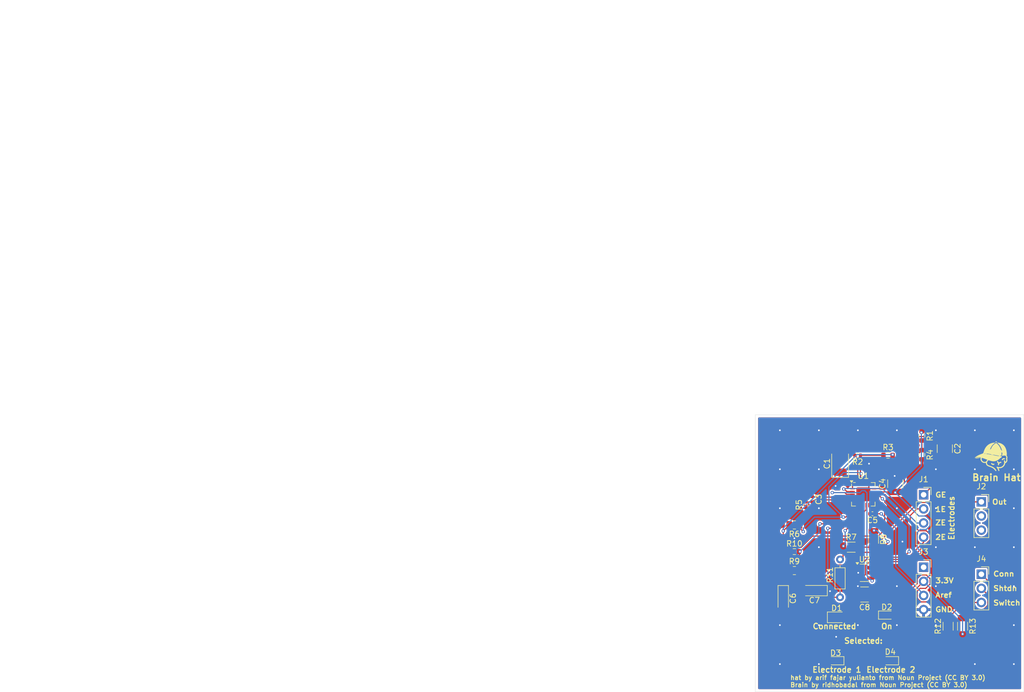
<source format=kicad_pcb>
(kicad_pcb (version 20240108) (generator "pcbnew") (generator_version "8.0")
  (layers (0 "F.Cu" signal) (31 "B.Cu" signal) (34 "B.Paste" user) (35 "F.Paste" user) (36 "B.SilkS" user "B.Silkscreen") (37 "F.SilkS" user "F.Silkscreen") (38 "B.Mask" user) (39 "F.Mask" user) (44 "Edge.Cuts" user))
  (net 0 "")
  (net 1 "GND")
  (net 2 "+3.3V")
  (net 3 "Vref")
  (net 4 "RLDFB1")
  (net 5 "RLD1")
  (net 6 "HPSENSE1")
  (net 7 "HPDRIVE1")
  (net 8 "1o")
  (net 9 "REFOUT1")
  (net 10 "UFOUT1")
  (net 11 "Aref")
  (net 12 "shutdown")
  (net 13 "switch")
  (net 14 "Ze")
  (net 15 "Ge")
  (net 16 "2e")
  (net 17 "1e")
  (net 18 "connected1")
  (net 19 "IAOUT1")
  (net 20 "OPAMP+1")
  (net 21 "OPAMP-1")
  (net 22 "Ie")
  (net 24 "Net-(C6-Pad1)")
  (footprint "Resistor_SMD:R_1206_3216Metric" (layer "F.Cu") (at 156.8 96.6 -90)
    (property "Reference" "R8")
    (property "Value" "1206W4F1002T5E")
  )
  (footprint "Capacitor_Tantalum_SMD:CP_EIA-3216-12_Kemet-S" (layer "F.Cu") (at 140.6 107.2 -90)
    (property "Reference" "C6")
    (property "Value" "CA45-A010K106T")
  )
  (footprint "Resistor_SMD:R_0402_1005Metric" (layer "F.Cu") (at 153.95 81.5 180)
    (property "Reference" "R2")
    (property "Value" "SCR0402J330K")
  )
  (footprint "Resistor_SMD:R_0603_1608Metric" (layer "F.Cu") (at 159.4125 81.5)
    (property "Reference" "R3")
    (property "Value" "0603WAD3302T5E")
  )
  (footprint "Package_TO_SOT_SMD:SOT-23-6" (layer "F.Cu") (at 155.2 102.6)
    (property "Reference" "U2")
    (property "Value" "TS5A3159ADBVR")
  )
  (footprint "Package_CSP:LFCSP-20-1EP_4x4mm_P0.5mm_EP2.5x2.5mm" (layer "F.Cu") (at 154.975 88.5)
    (property "Reference" "U1")
    (property "Value" "AD8232")
  )
  (footprint "Resistor_SMD:R_0603_1608Metric" (layer "F.Cu") (at 142.6 98.8)
    (property "Reference" "R10")
    (property "Value" "0603WAD3302T5E")
  )
  (footprint "Capacitor_Tantalum_SMD:CP_EIA-3216-12_Kemet-S" (layer "F.Cu") (at 146.2 105.8 180)
    (property "Reference" "C7")
    (property "Value" "CA45-A010K106T")
  )
  (footprint "LED_SMD:LED_0603_1608Metric" (layer "F.Cu") (at 159.1875 110.2)
    (property "Reference" "D2")
    (property "Value" "XL-1608UBC-04")
  )
  (footprint "Connector_PinSocket_2.54mm:PinSocket_1x04_P2.54mm_Vertical" (layer "F.Cu") (at 165.8 88.58)
    (property "Reference" "J1")
    (property "Value" "Electrodes")
  )
  (footprint "Personal:R_Axial_DIN0207_L6.3mm_D2.5mm_P5.08mm_Horizontal" (layer "F.Cu") (at 150.8 107 90)
    (property "Reference" "R11")
    (property "Value" "CF1/6W-7.5KΩ±5%T52")
  )
  (footprint "Capacitor_SMD:C_0402_1005Metric" (layer "F.Cu") (at 145.8125 89.4 -90)
    (property "Reference" "C3")
    (property "Value" "CC0402JRX7R9BB102")
  )
  (footprint "Resistor_SMD:R_0805_2012Metric" (layer "F.Cu") (at 142.6 94 180)
    (property "Reference" "R6")
    (property "Value" "ARG05DTC1600")
  )
  (footprint "Connector_PinSocket_2.54mm:PinSocket_1x04_P2.54mm_Vertical" (layer "F.Cu") (at 165.8 101.6)
    (property "Reference" "J3")
    (property "Value" "Power")
  )
  (footprint "Resistor_SMD:R_0805_2012Metric" (layer "F.Cu") (at 142.6 102.2)
    (property "Reference" "R9")
    (property "Value" "ARG05DTC1600")
  )
  (footprint "Resistor_SMD:R_0603_1608Metric" (layer "F.Cu") (at 165.5 81.4 -90)
    (property "Reference" "R4")
    (property "Value" "ARG03BTC1002")
  )
  (footprint "Capacitor_Tantalum_SMD:CP_EIA-3528-21_Kemet-B" (layer "F.Cu") (at 150.8125 83 90)
    (property "Reference" "C1")
    (property "Value" "CA45-B6R3K107T")
  )
  (footprint "Resistor_SMD:R_1206_3216Metric" (layer "F.Cu") (at 172.8 112.2 -90)
    (property "Reference" "R13")
    (property "Value" "1206W4F1002T5E")
  )
  (footprint "Capacitor_SMD:C_1210_3225Metric" (layer "F.Cu") (at 155.2 106.5 180)
    (property "Reference" "C8")
    (property "Value" "ECHU1C104GX5")
  )
  (footprint "LED_SMD:LED_0603_1608Metric" (layer "F.Cu") (at 159.825 118.4 180)
    (property "Reference" "D4")
    (property "Value" "XL-1608UGC-04")
  )
  (footprint "Capacitor_SMD:C_0402_1005Metric" (layer "F.Cu") (at 156.6125 92 180)
    (property "Reference" "C5")
    (property "Value" "0402CG140J500NT")
  )
  (footprint "Capacitor_SMD:C_1210_3225Metric" (layer "F.Cu") (at 169.6 80.3 -90)
    (property "Reference" "C2")
    (property "Value" "ECHU1C104GX5")
  )
  (footprint "Resistor_SMD:R_0402_1005Metric" (layer "F.Cu") (at 144.6125 90.4 90)
    (property "Reference" "R5")
    (property "Value" "SCR0402J330K")
  )
  (footprint "Connector_PinSocket_2.54mm:PinSocket_1x03_P2.54mm_Vertical" (layer "F.Cu") (at 176.166346 89.86)
    (property "Reference" "J2")
    (property "Value" "Output")
  )
  (footprint "LED_SMD:LED_0603_1608Metric" (layer "F.Cu") (at 150.0125 118.4 180)
    (property "Reference" "D3")
    (property "Value" "XL-1608UGC-04")
  )
  (footprint "Connector_PinSocket_2.54mm:PinSocket_1x03_P2.54mm_Vertical" (layer "F.Cu") (at 176.166346 102.86)
    (property "Reference" "J4")
    (property "Value" "Status")
  )
  (footprint "Capacitor_SMD:C_1210_3225Metric" (layer "F.Cu") (at 160.7125 86.6 90)
    (property "Reference" "C4")
    (property "Value" "ECHU1C104GX5")
  )
  (footprint "Resistor_SMD:R_1206_3216Metric" (layer "F.Cu") (at 170.2 112.2 90)
    (property "Reference" "R12")
    (property "Value" "1206W4F1002T5E")
  )
  (footprint "Resistor_SMD:R_0603_1608Metric" (layer "F.Cu") (at 165.5 78 -90)
    (property "Reference" "R1")
    (property "Value" "ARG03BTC1002")
  )
  (footprint "LED_SMD:LED_0805_2012Metric" (layer "F.Cu") (at 150.2 110.6)
    (property "Reference" "D1")
    (property "Value" "XL-2012UWC")
  )
  (footprint "Resistor_SMD:R_1206_3216Metric" (layer "F.Cu") (at 152.8 98)
    (property "Reference" "R7")
    (property "Value" "1206W4F1002T5E")
  )
  (gr_poly (pts (xy 178.695721 79.207466) (xy 178.56486 79.29652) (xy 178.496532 79.347398) (xy 178.427022 79.402844) (xy 178.356893 79.463109) (xy 178.286708 79.528442) (xy 178.21703 79.599094) (xy 178.148421 79.675316) (xy 178.081445 79.757357) (xy 178.016663 79.845468) (xy 177.95464 79.9399) (xy 177.895936 80.040903) (xy 177.841116 80.148728) (xy 177.790743 80.263624) (xy 177.745378 80.385842) (xy 177.705584 80.515632) (xy 177.704619 80.518898) (xy 177.703853 80.522199) (xy 177.703281 80.525528) (xy 177.7029 80.528877) (xy 177.702705 80.532238) (xy 177.702692 80.535605) (xy 177.702858 80.538969) (xy 177.703198 80.542324) (xy 177.703707 80.545662) (xy 177.704383 80.548975) (xy 177.70522 80.552256) (xy 177.706215 80.555498) (xy 177.707363 80.558694) (xy 177.70866 80.561835) (xy 177.710103 80.564914) (xy 177.711687 80.567925) (xy 177.713408 80.570859) (xy 177.715262 80.573709) (xy 177.717245 80.576468) (xy 177.719352 80.579128) (xy 177.72158 80.581682) (xy 177.723924 80.584122) (xy 177.726381 80.586441) (xy 177.728946 80.588632) (xy 177.731615 80.590687) (xy 177.734384 80.592598) (xy 177.737249 80.594359) (xy 177.740206 80.595962) (xy 177.74325 80.597399) (xy 177.746378 80.598663) (xy 177.749585 80.599747) (xy 177.752868 80.600643) (xy 177.756198 80.60134) (xy 177.759548 80.601836) (xy 177.762908 80.602135) (xy 177.766274 80.602243) (xy 177.769637 80.602164) (xy 177.77299 80.601903) (xy 177.776327 80.601464) (xy 177.77964 80.600852) (xy 177.782923 80.600073) (xy 177.786168 80.59913) (xy 177.789368 80.598028) (xy 177.792516 80.596773) (xy 177.795605 80.595368) (xy 177.798629 80.593819) (xy 177.801579 80.59213) (xy 177.80445 80.590307) (xy 177.807233 80.588353) (xy 177.809923 80.586274) (xy 177.812511 80.584074) (xy 177.814991 80.581758) (xy 177.817355 80.579331) (xy 177.819598 80.576797) (xy 177.821711 80.574162) (xy 177.823687 80.571429) (xy 177.825521 80.568604) (xy 177.827203 80.565691) (xy 177.828729 80.562696) (xy 177.830089 80.559622) (xy 177.831278 80.556475) (xy 177.832288 80.553259) (xy 177.833113 80.549979) (xy 177.833744 80.54664) (xy 177.86025 80.456884) (xy 177.889655 80.367492) (xy 177.922355 80.278678) (xy 177.958747 80.190654) (xy 177.999229 80.103634) (xy 178.044197 80.017831) (xy 178.094049 79.933457) (xy 178.149181 79.850727) (xy 178.209991 79.769852) (xy 178.276876 79.691047) (xy 178.350232 79.614523) (xy 178.430456 79.540495) (xy 178.473269 79.504484) (xy 178.517947 79.469176) (xy 178.564541 79.434598) (xy 178.6131 79.400778) (xy 178.663674 79.367741) (xy 178.716313 79.335514) (xy 178.771065 79.304124) (xy 178.827982 79.273598) (xy 178.901934 79.328992) (xy 178.972615 79.386626) (xy 179.040062 79.446386) (xy 179.104313 79.508156) (xy 179.165404 79.571821) (xy 179.223373 79.637265) (xy 179.330091 79.773033) (xy 179.424764 79.914537) (xy 179.507689 80.060855) (xy 179.579163 80.211068) (xy 179.639482 80.364252) (xy 179.688943 80.519486) (xy 179.727843 80.675849) (xy 179.756479 80.832419) (xy 179.775146 80.988274) (xy 179.784143 81.142494) (xy 179.783765 81.294156) (xy 179.77431 81.44234) (xy 179.756074 81.586122) (xy 179.584467 81.583169) (xy 179.407575 81.571233) (xy 179.225641 81.551512) (xy 179.03891 81.525203) (xy 178.652034 81.457608) (xy 178.2489 81.378026) (xy 177.831464 81.296034) (xy 177.401679 81.221209) (xy 177.182766 81.189477) (xy 176.961499 81.163128) (xy 176.738121 81.14336) (xy 176.512878 81.131369) (xy 176.567102 80.913856) (xy 176.631359 80.707642) (xy 176.705847 80.513086) (xy 176.790765 80.330544) (xy 176.837197 80.243891) (xy 176.886312 80.160375) (xy 176.938133 80.080042) (xy 176.992686 80.002937) (xy 177.049996 79.929104) (xy 177.110087 79.858587) (xy 177.172984 79.791432) (xy 177.238713 79.727683) (xy 177.307297 79.667386) (xy 177.378763 79.610584) (xy 177.453134 79.557322) (xy 177.530436 79.507646) (xy 177.610693 79.461599) (xy 177.693931 79.419227) (xy 177.780174 79.380575) (xy 177.869446 79.345686) (xy 177.961774 79.314607) (xy 178.057181 79.287381) (xy 178.155693 79.264053) (xy 178.257334 79.244668) (xy 178.36213 79.22927) (xy 178.470104 79.217906) (xy 178.581283 79.210618) (xy 178.69569 79.207452)) (stroke (width -0.000001)) (fill solid) (layer "F.SilkS"))
  (gr_poly (pts (xy 178.023718 82.876357) (xy 178.028513 82.876612) (xy 178.033279 82.877097) (xy 178.038009 82.877808) (xy 178.042694 82.878744) (xy 178.047326 82.879901) (xy 178.051895 82.881276) (xy 178.056394 82.882867) (xy 178.060814 82.884671) (xy 178.065147 82.886686) (xy 178.069384 82.888907) (xy 178.073517 82.891333) (xy 178.077537 82.893961) (xy 178.081436 82.896788) (xy 178.085205 82.899812) (xy 178.088836 82.903028) (xy 178.092321 82.906435) (xy 178.09565 82.91003) (xy 178.098816 82.91381) (xy 178.101809 82.917773) (xy 178.104623 82.921914) (xy 178.107247 82.926233) (xy 178.109674 82.930725) (xy 178.114178 82.938781) (xy 178.119057 82.946566) (xy 178.124297 82.95407) (xy 178.129886 82.961283) (xy 178.135811 82.968195) (xy 178.14206 82.974795) (xy 178.148619 82.981073) (xy 178.155475 82.98702) (xy 178.162616 82.992625) (xy 178.170028 82.997877) (xy 178.1777 83.002766) (xy 178.185617 83.007283) (xy 178.193768 83.011417) (xy 178.202139 83.015157) (xy 178.210717 83.018494) (xy 178.219489 83.021417) (xy 178.228352 83.023903) (xy 178.237294 83.025936) (xy 178.246298 83.027518) (xy 178.255347 83.028648) (xy 178.264423 83.029329) (xy 178.273509 83.029561) (xy 178.282587 83.029346) (xy 178.291641 83.028684) (xy 178.300652 83.027578) (xy 178.309603 83.026027) (xy 178.318478 83.024034) (xy 178.327257 83.021599) (xy 178.335925 83.018723) (xy 178.344463 83.015408) (xy 178.352854 83.011655) (xy 178.361081 83.007465) (xy 178.365543 83.005112) (xy 178.370104 83.002998) (xy 178.374754 83.001122) (xy 178.379484 82.999487) (xy 178.384283 82.998095) (xy 178.389142 82.996946) (xy 178.394051 82.996042) (xy 178.399 82.995385) (xy 178.403979 82.994977) (xy 178.408979 82.994818) (xy 178.413989 82.994911) (xy 178.419 82.995256) (xy 178.424002 82.995856) (xy 178.428985 82.996711) (xy 178.43394 82.997824) (xy 178.438855 82.999196) (xy 178.44365 83.000773) (xy 178.44834 83.002591) (xy 178.452917 83.004643) (xy 178.457374 83.006924) (xy 178.461702 83.009425) (xy 178.465893 83.012141) (xy 178.46994 83.015064) (xy 178.473834 83.018187) (xy 178.477567 83.021505) (xy 178.481132 83.025009) (xy 178.484521 83.028694) (xy 178.487726 83.032552) (xy 178.490738 83.036576) (xy 178.49355 83.040761) (xy 178.496154 83.045098) (xy 178.498541 83.049581) (xy 178.500694 83.054179) (xy 178.502599 83.058858) (xy 178.504255 83.06361) (xy 178.505663 83.068423) (xy 178.506823 83.07329) (xy 178.507734 83.0782) (xy 178.508397 83.083144) (xy 178.508812 83.088113) (xy 178.508979 83.093097) (xy 178.508897 83.098087) (xy 178.508567 83.103072) (xy 178.507988 83.108045) (xy 178.507162 83.112995) (xy 178.506087 83.117912) (xy 178.504764 83.122788) (xy 178.503192 83.127613) (xy 178.501331 83.132351) (xy 178.499241 83.136966) (xy 178.496928 83.141452) (xy 178.494399 83.145801) (xy 178.491662 83.150006) (xy 178.488722 83.154061) (xy 178.485587 83.157957) (xy 178.482263 83.161687) (xy 178.478758 83.165246) (xy 178.475078 83.168624) (xy 178.47123 83.171815) (xy 178.467221 83.174812) (xy 178.463057 83.177608) (xy 178.458746 83.180195) (xy 178.454294 83.182567) (xy 178.449707 83.184716) (xy 178.439461 83.189836) (xy 178.429078 83.194633) (xy 178.418565 83.199107) (xy 178.407932 83.203254) (xy 178.397184 83.207075) (xy 178.386331 83.210568) (xy 178.375381 83.21373) (xy 178.364341 83.216561) (xy 178.353219 83.219059) (xy 178.342024 83.221222) (xy 178.330763 83.223049) (xy 178.319443 83.224538) (xy 178.308074 83.225689) (xy 178.296663 83.226499) (xy 178.285218 83.226966) (xy 178.273746 83.22709) (xy 178.273752 83.227087) (xy 178.260343 83.226925) (xy 178.247013 83.226296) (xy 178.23377 83.225207) (xy 178.220626 83.223664) (xy 178.207589 83.221672) (xy 178.194669 83.219239) (xy 178.181877 83.216369) (xy 178.169223 83.21307) (xy 178.156715 83.209347) (xy 178.144365 83.205205) (xy 178.132182 83.200652) (xy 178.120175 83.195694) (xy 178.108356 83.190335) (xy 178.096733 83.184583) (xy 178.085317 83.178444) (xy 178.074117 83.171923) (xy 178.063143 83.165026) (xy 178.052406 83.15776) (xy 178.041915 83.150131) (xy 178.03168 83.142144) (xy 178.021711 83.133806) (xy 178.012017 83.125123) (xy 178.002609 83.116101) (xy 177.993497 83.106746) (xy 177.98469 83.097064) (xy 177.976199 83.08706) (xy 177.968033 83.076742) (xy 177.960201 83.066115) (xy 177.952715 83.055185) (xy 177.945584 83.043959) (xy 177.938818 83.032442) (xy 177.932426 83.02064) (xy 177.93023 83.01603) (xy 177.928292 83.011364) (xy 177.926608 83.00665) (xy 177.925177 83.001896) (xy 177.923995 82.997111) (xy 177.923059 82.992303) (xy 177.922367 82.987481) (xy 177.921916 82.982653) (xy 177.921703 82.977828) (xy 177.921725 82.973014) (xy 177.92198 82.968219) (xy 177.922465 82.963453) (xy 177.923176 82.958723) (xy 177.924111 82.954038) (xy 177.925268 82.949407) (xy 177.926644 82.944837) (xy 177.928235 82.940338) (xy 177.930039 82.935918) (xy 177.932053 82.931585) (xy 177.934275 82.927348) (xy 177.936701 82.923215) (xy 177.939329 82.919195) (xy 177.942156 82.915296) (xy 177.945179 82.911527) (xy 177.948396 82.907896) (xy 177.951803 82.904412) (xy 177.955398 82.901082) (xy 177.959178 82.897916) (xy 177.96314 82.894923) (xy 177.967282 82.892109) (xy 177.971601 82.889485) (xy 177.976093 82.887058) (xy 177.980702 82.884862) (xy 177.985368 82.882924) (xy 177.990082 82.88124) (xy 177.994836 82.879809) (xy 177.999621 82.878627) (xy 178.004429 82.877691) (xy 178.009251 82.876999) (xy 178.014079 82.876548) (xy 178.018904 82.876335)) (stroke (width -0.000001)) (fill solid) (layer "F.SilkS"))
  (gr_poly (pts (xy 180.212297 82.006734) (xy 180.231035 82.007944) (xy 180.249795 82.010085) (xy 180.268548 82.013168) (xy 180.287262 82.017208) (xy 180.305907 82.022216) (xy 180.32445 82.028206) (xy 180.342863 82.035189) (xy 180.347404 82.037281) (xy 180.351817 82.039578) (xy 180.356096 82.042077) (xy 180.360235 82.04477) (xy 180.364227 82.047652) (xy 180.368066 82.050718) (xy 180.371745 82.053962) (xy 180.375258 82.057378) (xy 180.378598 82.060961) (xy 180.381759 82.064704) (xy 180.384735 82.068603) (xy 180.387519 82.072651) (xy 180.390104 82.076843) (xy 180.392485 82.081173) (xy 180.394655 82.085635) (xy 180.396607 82.090225) (xy 180.398372 82.094953) (xy 180.39989 82.099734) (xy 180.401161 82.104559) (xy 180.402186 82.109419) (xy 180.402966 82.114307) (xy 180.403501 82.119213) (xy 180.403793 82.12413) (xy 180.403841 82.129049) (xy 180.403648 82.133962) (xy 180.403213 82.13886) (xy 180.402537 82.143736) (xy 180.401621 82.148581) (xy 180.400466 82.153386) (xy 180.399072 82.158144) (xy 180.397441 82.162846) (xy 180.395573 82.167483) (xy 180.39357 82.172072) (xy 180.391344 82.176534) (xy 180.388902 82.180862) (xy 180.386252 82.185049) (xy 180.3834 82.18909) (xy 180.380354 82.192977) (xy 180.377121 82.196704) (xy 180.373708 82.200265) (xy 180.370123 82.203654) (xy 180.366372 82.206864) (xy 180.362463 82.209888) (xy 180.358403 82.21272) (xy 180.354199 82.215354) (xy 180.349859 82.217783) (xy 180.345389 82.220001) (xy 180.340797 82.222002) (xy 180.336065 82.223722) (xy 180.331276 82.225199) (xy 180.326439 82.226435) (xy 180.321562 82.227428) (xy 180.316656 82.228179) (xy 180.311728 82.228687) (xy 180.306787 82.228954) (xy 180.301844 82.228978) (xy 180.296907 82.22876) (xy 180.291985 82.2283) (xy 180.287088 82.227597) (xy 180.282223 82.226653) (xy 180.277401 82.225466) (xy 180.272631 82.224036) (xy 180.267921 82.222365) (xy 180.263281 82.220451) (xy 180.254736 82.217136) (xy 180.246068 82.214262) (xy 180.237296 82.211831) (xy 180.228435 82.209841) (xy 180.219504 82.208294) (xy 180.210518 82.207189) (xy 180.201495 82.206526) (xy 180.192452 82.206305) (xy 180.183407 82.206526) (xy 180.174375 82.207189) (xy 180.165374 82.208294) (xy 180.156421 82.209841) (xy 180.147533 82.211831) (xy 180.138728 82.214262) (xy 180.130021 82.217136) (xy 180.121431 82.220451) (xy 180.113061 82.224188) (xy 180.104915 82.228319) (xy 180.097005 82.232833) (xy 180.089344 82.237717) (xy 180.081943 82.24296) (xy 180.074814 82.24855) (xy 180.06797 82.254475) (xy 180.061423 82.260724) (xy 180.055184 82.267285) (xy 180.049267 82.274147) (xy 180.043682 82.281296) (xy 180.038443 82.288723) (xy 180.033561 82.296414) (xy 180.029048 82.304358) (xy 180.024917 82.312544) (xy 180.02118 82.32096) (xy 180.018038 82.327643) (xy 180.014441 82.334018) (xy 180.010415 82.34007) (xy 180.005983 82.345781) (xy 180.00117 82.351134) (xy 179.995999 82.356114) (xy 179.990496 82.360703) (xy 179.984683 82.364885) (xy 179.978586 82.368643) (xy 179.972229 82.37196) (xy 179.965635 82.37482) (xy 179.958829 82.377206) (xy 179.951836 82.379102) (xy 179.944679 82.380491) (xy 179.937383 82.381356) (xy 179.929972 82.38168) (xy 179.929972 82.381681) (xy 179.929971 82.381681) (xy 179.929971 82.381682) (xy 179.929971 82.381683) (xy 179.92997 82.381684) (xy 179.927597 82.381608) (xy 179.925225 82.381478) (xy 179.922856 82.381293) (xy 179.920491 82.381054) (xy 179.918133 82.38076) (xy 179.915782 82.380412) (xy 179.91344 82.380009) (xy 179.911109 82.379552) (xy 179.90879 82.37904) (xy 179.906484 82.378474) (xy 179.904194 82.377853) (xy 179.90192 82.377178) (xy 179.899665 82.376448) (xy 179.897429 82.375664) (xy 179.895214 82.374825) (xy 179.893022 82.373932) (xy 179.888481 82.371837) (xy 179.884068 82.369532) (xy 179.879789 82.367021) (xy 179.87565 82.364311) (xy 179.871658 82.361409) (xy 179.867819 82.358321) (xy 179.86414 82.355054) (xy 179.860627 82.351614) (xy 179.857287 82.348007) (xy 179.854126 82.34424) (xy 179.85115 82.34032) (xy 179.848366 82.336252) (xy 179.845781 82.332044) (xy 179.8434 82.327701) (xy 179.84123 82.32323) (xy 179.839278 82.318638) (xy 179.837604 82.313909) (xy 179.836167 82.309129) (xy 179.834967 82.304305) (xy 179.834006 82.299447) (xy 179.833284 82.294564) (xy 179.832802 82.289663) (xy 179.83256 82.284755) (xy 179.832561 82.279846) (xy 179.832803 82.274947) (xy 179.833288 82.270065) (xy 179.834017 82.26521) (xy 179.834991 82.26039) (xy 179.83621 82.255614) (xy 179.837675 82.250891) (xy 179.839386 82.246229) (xy 179.841345 82.241637) (xy 179.849504 82.223723) (xy 179.858455 82.206421) (xy 179.868168 82.189744) (xy 179.878612 82.173705) (xy 179.889756 82.158317) (xy 179.90157 82.143591) (xy 179.914023 82.129542) (xy 179.927084 82.116181) (xy 179.940722 82.103521) (xy 179.954907 82.091575) (xy 179.969607 82.080357) (xy 179.984791 82.069877) (xy 180.00043 82.06015) (xy 180.016492 82.051188) (xy 180.032947 82.043004) (xy 180.049763 82.03561) (xy 180.06691 82.029019) (xy 180.084356 82.023244) (xy 180.102072 82.018298) (xy 180.120027 82.014193) (xy 180.138189 82.010942) (xy 180.156528 82.008558) (xy 180.175012 82.007054) (xy 180.193612 82.006441)) (stroke (width -0.000001)) (fill solid) (layer "F.SilkS"))
  (gr_poly (pts (xy 178.150559 80.302219) (xy 178.179354 80.303717) (xy 178.208141 80.306583) (xy 178.236873 80.310831) (xy 178.265503 80.316471) (xy 178.293981 80.323516) (xy 178.322259 80.33198) (xy 178.350291 80.341873) (xy 178.378028 80.353208) (xy 178.405421 80.365998) (xy 178.432424 80.380255) (xy 178.472633 80.361159) (xy 178.513707 80.345044) (xy 178.555492 80.3319) (xy 178.597836 80.321715) (xy 178.640586 80.31448) (xy 178.683589 80.310183) (xy 178.726691 80.308815) (xy 178.769741 80.310363) (xy 178.812585 80.314819) (xy 178.85507 80.322171) (xy 178.897043 80.332408) (xy 178.938352 80.34552) (xy 178.978843 80.361497) (xy 179.018364 80.380327) (xy 179.056761 80.402) (xy 179.093882 80.426506) (xy 179.107548 80.421337) (xy 179.121318 80.41649) (xy 179.135184 80.411966) (xy 179.149142 80.407765) (xy 179.163184 80.403888) (xy 179.177305 80.400335) (xy 179.191499 80.397109) (xy 179.205759 80.394208) (xy 179.220081 80.391634) (xy 179.234456 80.389388) (xy 179.248881 80.387471) (xy 179.263347 80.385883) (xy 179.27785 80.384625) (xy 179.292383 80.383698) (xy 179.306941 80.383102) (xy 179.321517 80.382839) (xy 179.346135 80.383329) (xy 179.370561 80.384789) (xy 179.394771 80.387203) (xy 179.418744 80.390555) (xy 179.442457 80.394829) (xy 179.465888 80.400009) (xy 179.489015 80.40608) (xy 179.511816 80.413026) (xy 179.534269 80.42083) (xy 179.556352 80.429477) (xy 179.578042 80.438952) (xy 179.599317 80.449237) (xy 179.620156 80.460318) (xy 179.640536 80.472179) (xy 179.660435 80.484803) (xy 179.67983 80.498175) (xy 179.6987 80.512279) (xy 179.717023 80.527099) (xy 179.734776 80.54262) (xy 179.751937 80.558825) (xy 179.768484 80.575698) (xy 179.784395 80.593224) (xy 179.799648 80.611388) (xy 179.814221 80.630172) (xy 179.828091 80.649561) (xy 179.841237 80.66954) (xy 179.853635 80.690092) (xy 179.865265 80.711202) (xy 179.876104 80.732853) (xy 179.886129 80.755031) (xy 179.89532 80.777719) (xy 179.903652 80.8009) (xy 179.932723 80.802073) (xy 179.961439 80.804602) (xy 179.989767 80.808456) (xy 180.017675 80.813606) (xy 180.04513 80.820019) (xy 180.0721 80.827667) (xy 180.098552 80.836518) (xy 180.124454 80.846541) (xy 180.149774 80.857706) (xy 180.174477 80.869982) (xy 180.198533 80.883339) (xy 180.221909 80.897746) (xy 180.244571 80.913173) (xy 180.266487 80.929589) (xy 180.287626 80.946962) (xy 180.307954 80.965264) (xy 180.327438 80.984462) (xy 180.346047 81.004527) (xy 180.363747 81.025427) (xy 180.380506 81.047133) (xy 180.396292 81.069613) (xy 180.411072 81.092838) (xy 180.424814 81.116775) (xy 180.437484 81.141396) (xy 180.44905 81.166668) (xy 180.45948 81.192562) (xy 180.468742 81.219047) (xy 180.476802 81.246092) (xy 180.483628 81.273667) (xy 180.489188 81.301741) (xy 180.493449 81.330283) (xy 180.496379 81.359264) (xy 180.496417 81.359287) (xy 180.534758 81.378946) (xy 180.571239 81.401111) (xy 180.605776 81.425647) (xy 180.638282 81.452419) (xy 180.668674 81.481292) (xy 180.696865 81.512132) (xy 180.722771 81.544803) (xy 180.746306 81.579172) (xy 180.767386 81.615103) (xy 180.785925 81.652462) (xy 180.801838 81.691114) (xy 180.81504 81.730924) (xy 180.825445 81.771757) (xy 180.832969 81.813479) (xy 180.837527 81.855955) (xy 180.839033 81.89905) (xy 180.838848 81.913768) (xy 180.838296 81.92846) (xy 180.837376 81.943121) (xy 180.83609 81.957742) (xy 180.834439 81.972319) (xy 180.832425 81.986843) (xy 180.830047 82.001308) (xy 180.827309 82.015707) (xy 180.82421 82.030034) (xy 180.820752 82.044281) (xy 180.816936 82.058442) (xy 180.812763 82.07251) (xy 180.808234 82.086478) (xy 180.803351 82.10034) (xy 180.798114 82.114088) (xy 180.792524 82.127716) (xy 180.803549 82.155836) (xy 180.813078 82.184347) (xy 180.821113 82.213191) (xy 180.827652 82.242312) (xy 180.832698 82.271653) (xy 180.836249 82.301156) (xy 180.838307 82.330764) (xy 180.838872 82.36042) (xy 180.837944 82.390067) (xy 180.835523 82.419648) (xy 180.831611 82.449105) (xy 180.826207 82.478383) (xy 180.819312 82.507422) (xy 180.810925 82.536167) (xy 180.801049 82.56456) (xy 180.789682 82.592543) (xy 180.776944 82.619909) (xy 180.762886 82.646461) (xy 180.747551 82.67216) (xy 180.73098 82.696966) (xy 180.713216 82.720842) (xy 180.694302 82.743747) (xy 180.674279 82.765643) (xy 180.653191 82.786491) (xy 180.631079 82.806253) (xy 180.607986 82.824888) (xy 180.583955 82.842358) (xy 180.559027 82.858624) (xy 180.533246 82.873647) (xy 180.506652 82.887389) (xy 180.47929 82.899809) (xy 180.451201 82.91087) (xy 180.444263 82.958046) (xy 180.435199 83.004673) (xy 180.424043 83.050686) (xy 180.410831 83.096021) (xy 180.395598 83.140612) (xy 180.378379 83.184396) (xy 180.359209 83.227306) (xy 180.338124 83.269279) (xy 180.315158 83.31025) (xy 180.290348 83.350154) (xy 180.263727 83.388926) (xy 180.235332 83.426502) (xy 180.205198 83.462816) (xy 180.173359 83.497804) (xy 180.139851 83.531402) (xy 180.104709 83.563544) (xy 180.068134 83.594086) (xy 180.030336 83.62281) (xy 179.991386 83.64969) (xy 179.951353 83.674702) (xy 179.910304 83.69782) (xy 179.86831 83.719018) (xy 179.825438 83.738272) (xy 179.781759 83.755555) (xy 179.73734 83.770843) (xy 179.692251 83.784111) (xy 179.646561 83.795332) (xy 179.600338 83.804482) (xy 179.553652 83.811534) (xy 179.506571 83.816465) (xy 179.459164 83.819248) (xy 179.411501 83.819859) (xy 179.390574 83.819738) (xy 179.369657 83.81918) (xy 179.348757 83.818187) (xy 179.327884 83.816758) (xy 179.307048 83.814893) (xy 179.286256 83.812592) (xy 179.26552 83.809855) (xy 179.244847 83.806681) (xy 179.266561 83.853358) (xy 179.287519 83.900364) (xy 179.307715 83.947691) (xy 179.327141 83.99533) (xy 179.345793 84.043272) (xy 179.363663 84.091507) (xy 179.380746 84.140028) (xy 179.397035 84.188825) (xy 179.398652 84.19457) (xy 179.399922 84.200362) (xy 179.400846 84.206186) (xy 179.401427 84.212029) (xy 179.40167 84.217876) (xy 179.401577 84.223713) (xy 179.40115 84.229527) (xy 179.400394 84.235304) (xy 179.39931 84.241029) (xy 179.397903 84.246688) (xy 179.396174 84.252268) (xy 179.394128 84.257755) (xy 179.391767 84.263134) (xy 179.389094 84.268392) (xy 179.386111 84.273514) (xy 179.382824 84.278486) (xy 179.379256 84.283212) (xy 179.375441 84.287694) (xy 179.37139 84.291927) (xy 179.367116 84.295903) (xy 179.362632 84.299615) (xy 179.357949 84.303058) (xy 179.353082 84.306223) (xy 179.348041 84.309104) (xy 179.34284 84.311695) (xy 179.33749 84.313988) (xy 179.332005 84.315977) (xy 179.326398 84.317655) (xy 179.320679 84.319015) (xy 179.314863 84.32005) (xy 179.308961 84.320754) (xy 179.302986 84.321119) (xy 179.299028 84.321017) (xy 179.295102 84.320759) (xy 179.291212 84.32035) (xy 179.287361 84.31979) (xy 179.283552 84.319084) (xy 179.279789 84.318232) (xy 179.276076 84.317239) (xy 179.272415 84.316106) (xy 179.26881 84.314836) (xy 179.265264 84.313431) (xy 179.261781 84.311895) (xy 179.258365 84.310229) (xy 179.255018 84.308436) (xy 179.251744 84.306519) (xy 179.248547 84.304481) (xy 179.245429 84.302323) (xy 179.242395 84.300049) (xy 179.239448 84.297661) (xy 179.23659 84.295161) (xy 179.233826 84.292552) (xy 179.231159 84.289837) (xy 179.228592 84.287019) (xy 179.226129 84.284099) (xy 179.223773 84.28108) (xy 179.221528 84.277965) (xy 179.219397 84.274757) (xy 179.217382 84.271457) (xy 179.215489 84.268069) (xy 179.21372 84.264595) (xy 179.212078 84.261038) (xy 179.210567 84.2574) (xy 179.209191 84.253683) (xy 179.199013 84.21615) (xy 179.187864 84.178943) (xy 179.175754 84.142079) (xy 179.162692 84.105576) (xy 179.148688 84.069451) (xy 179.133752 84.033723) (xy 179.117895 83.998407) (xy 179.101125 83.963523) (xy 179.083452 83.929086) (xy 179.064887 83.895115) (xy 179.04544 83.861627) (xy 179.02512 83.828639) (xy 179.003936 83.796169) (xy 178.9819 83.764235) (xy 178.959021 83.732853) (xy 178.935308 83.702041) (xy 178.932172 83.698787) (xy 178.92921 83.695424) (xy 178.926422 83.691959) (xy 178.923808 83.688397) (xy 178.921369 83.684745) (xy 178.919106 83.681009) (xy 178.917019 83.677194) (xy 178.915109 83.673309) (xy 178.913377 83.669357) (xy 178.911822 83.665347) (xy 178.909251 83.657172) (xy 178.907399 83.648835) (xy 178.906272 83.640385) (xy 178.905874 83.631871) (xy 178.906211 83.623342) (xy 178.907288 83.61485) (xy 178.908106 83.610633) (xy 178.90911 83.606443) (xy 178.910301 83.602287) (xy 178.91168 83.59817) (xy 178.913248 83.5941) (xy 178.915006 83.590082) (xy 178.916952 83.586123) (xy 178.91909 83.582228) (xy 178.921418 83.578404) (xy 178.923938 83.574657) (xy 178.926625 83.571026) (xy 178.929448 83.567547) (xy 178.932401 83.564221) (xy 178.935478 83.56105) (xy 178.938673 83.558035) (xy 178.941981 83.55518) (xy 178.94891 83.54995) (xy 178.956215 83.545374) (xy 178.963849 83.541465) (xy 178.971764 83.538238) (xy 178.979911 83.535706) (xy 178.988244 83.533883) (xy 178.996713 83.532781) (xy 179.00527 83.532416) (xy 179.013868 83.532799) (xy 179.018167 83.533277) (xy 179.022459 83.533946) (xy 179.026736 83.53481) (xy 179.030993 83.53587) (xy 179.035225 83.537127) (xy 179.039424 83.538584) (xy 179.043586 83.540241) (xy 179.047704 83.542101) (xy 179.069188 83.551684) (xy 179.090902 83.560664) (xy 179.112831 83.569039) (xy 179.134962 83.576805) (xy 179.157283 83.583959) (xy 179.179779 83.590499) (xy 179.202438 83.596421) (xy 179.225247 83.601722) (xy 179.248192 83.6064) (xy 179.27126 83.61045) (xy 179.294437 83.613871) (xy 179.317711 83.61666) (xy 179.341068 83.618812) (xy 179.364495 83.620325) (xy 179.387979 83.621197) (xy 179.411506 83.621424) (xy 179.454422 83.620897) (xy 179.496807 83.618235) (xy 179.538608 83.61349) (xy 179.579772 83.606712) (xy 179.620247 83.597953) (xy 179.65998 83.587263) (xy 179.698917 83.574695) (xy 179.737007 83.560299) (xy 179.774195 83.544126) (xy 179.810431 83.526229) (xy 179.84566 83.506658) (xy 179.87983 83.485464) (xy 179.912888 83.462699) (xy 179.944781 83.438413) (xy 179.975457 83.412659) (xy 180.004862 83.385487) (xy 180.032944 83.356949) (xy 180.059651 83.327096) (xy 180.084928 83.295978) (xy 180.108724 83.263649) (xy 180.130986 83.230157) (xy 180.151661 83.195556) (xy 180.170695 83.159896) (xy 180.188037 83.123228) (xy 180.203633 83.085604) (xy 180.217431 83.047074) (xy 180.229378 83.007691) (xy 180.239421 82.967505) (xy 180.247507 82.926568) (xy 180.253583 82.88493) (xy 180.257597 82.842644) (xy 180.259496 82.79976) (xy 180.259293 82.781746) (xy 180.258685 82.763751) (xy 180.257672 82.745783) (xy 180.256254 82.72785) (xy 180.254432 82.70996) (xy 180.252206 82.692119) (xy 180.249577 82.674336) (xy 180.246544 82.656618) (xy 180.243109 82.638973) (xy 180.239272 82.621407) (xy 180.235032 82.60393) (xy 180.230391 82.586548) (xy 180.225349 82.569269) (xy 180.219906 82.5521) (xy 180.214063 82.535049) (xy 180.207819 82.518124) (xy 180.205866 82.513385) (xy 180.204174 82.50857) (xy 180.202741 82.503691) (xy 180.20157 82.498758) (xy 180.200658 82.493781) (xy 180.200007 82.488771) (xy 180.199617 82.483737) (xy 180.199486 82.478689) (xy 180.199617 82.473639) (xy 180.200007 82.468596) (xy 180.200658 82.46357) (xy 180.20157 82.458572) (xy 180.202741 82.453612) (xy 180.204174 82.448699) (xy 180.205866 82.443845) (xy 180.207819 82.43906) (xy 180.210019 82.434428) (xy 180.212448 82.429937) (xy 180.215098 82.425594) (xy 180.217961 82.421405) (xy 180.22103 82.417378) (xy 180.224297 82.413521) (xy 180.227755 82.40984) (xy 180.231397 82.406342) (xy 180.235214 82.403035) (xy 180.239199 82.399926) (xy 180.243344 82.397023) (xy 180.247643 82.394331) (xy 180.252086 82.391859) (xy 180.256668 82.389614) (xy 180.261379 82.387603) (xy 180.266214 82.385833) (xy 180.270948 82.383926) (xy 180.275746 82.382272) (xy 180.280598 82.380874) (xy 180.285496 82.379729) (xy 180.29043 82.378839) (xy 180.295391 82.378203) (xy 180.30037 82.377822) (xy 180.305359 82.377695) (xy 180.310348 82.377822) (xy 180.315327 82.378203) (xy 180.320288 82.378839) (xy 180.325222 82.379729) (xy 180.33012 82.380874) (xy 180.334972 82.382272) (xy 180.33977 82.383926) (xy 180.344504 82.385833) (xy 180.349136 82.387936) (xy 180.353628 82.390268) (xy 180.357975 82.392821) (xy 180.362171 82.395587) (xy 180.366209 82.398559) (xy 180.370084 82.40173) (xy 180.373789 82.405091) (xy 180.377319 82.408636) (xy 180.380666 82.412356) (xy 180.383827 82.416244) (xy 180.386793 82.420292) (xy 180.389559 82.424494) (xy 180.39212 82.428841) (xy 180.394469 82.433325) (xy 180.396599 82.43794) (xy 180.398506 82.442678) (xy 180.408801 82.472093) (xy 180.41818 82.5018) (xy 180.426643 82.531772) (xy 180.434195 82.561987) (xy 180.440839 82.59242) (xy 180.446578 82.623047) (xy 180.451414 82.653843) (xy 180.455351 82.684785) (xy 180.476576 82.670784) (xy 180.496722 82.655571) (xy 180.515752 82.63921) (xy 180.533628 82.621765) (xy 180.550313 82.603302) (xy 180.565768 82.583884) (xy 180.579957 82.563577) (xy 180.592843 82.542445) (xy 180.604387 82.520554) (xy 180.614552 82.497967) (xy 180.6233 82.47475) (xy 180.630595 82.450966) (xy 180.636399 82.426682) (xy 180.640674 82.401961) (xy 180.643383 82.376869) (xy 180.644488 82.351469) (xy 180.644303 82.339517) (xy 180.643751 82.327597) (xy 180.642832 82.315718) (xy 180.641548 82.303888) (xy 180.639901 82.292116) (xy 180.637893 82.280409) (xy 180.635524 82.268776) (xy 180.632796 82.257226) (xy 180.629711 82.245767) (xy 180.62627 82.234407) (xy 180.622474 82.223154) (xy 180.618326 82.212017) (xy 180.613827 82.201004) (xy 180.608978 82.190124) (xy 180.603781 82.179384) (xy 180.598237 82.168794) (xy 180.595694 82.163167) (xy 180.59349 82.15744) (xy 180.591624 82.151628) (xy 180.590098 82.145744) (xy 180.588911 82.139805) (xy 180.588064 82.133825) (xy 180.587555 82.127818) (xy 180.587385 82.121799) (xy 180.587555 82.115783) (xy 180.588064 82.109786) (xy 180.588911 82.10382) (xy 180.590098 82.097903) (xy 180.591624 82.092047) (xy 180.59349 82.086268) (xy 180.595694 82.080581) (xy 180.598237 82.075) (xy 180.603781 82.06441) (xy 180.608978 82.053671) (xy 180.613827 82.042791) (xy 180.618326 82.031779) (xy 180.622474 82.020642) (xy 180.62627 82.00939) (xy 180.629711 81.998029) (xy 180.632796 81.98657) (xy 180.635524 81.97502) (xy 180.637893 81.963387) (xy 180.639901 81.95168) (xy 180.641548 81.939907) (xy 180.642832 81.928077) (xy 180.643751 81.916198) (xy 180.644303 81.904277) (xy 180.644488 81.892324) (xy 180.644093 81.876301) (xy 180.643063 81.860411) (xy 180.641407 81.844667) (xy 180.639137 81.829085) (xy 180.636263 81.813678) (xy 180.632796 81.798461) (xy 180.628747 81.783449) (xy 180.624126 81.768655) (xy 180.618943 81.754095) (xy 180.61321 81.739782) (xy 180.606936 81.725731) (xy 180.600134 81.711956) (xy 180.592812 81.698472) (xy 180.584983 81.685293) (xy 180.576656 81.672434) (xy 180.567843 81.659908) (xy 180.558553 81.647731) (xy 180.548798 81.635916) (xy 180.538588 81.624479) (xy 180.527934 81.613432) (xy 180.516846 81.602791) (xy 180.505335 81.592571) (xy 180.493412 81.582785) (xy 180.481087 81.573448) (xy 180.468372 81.564574) (xy 180.455276 81.556178) (xy 180.44181 81.548273) (xy 180.427985 81.540876) (xy 180.413812 81.533999) (xy 180.399301 81.527657) (xy 180.384462 81.521865) (xy 180.369308 81.516636) (xy 180.346825 81.510667) (xy 180.324173 81.505933) (xy 180.301398 81.502427) (xy 180.278549 81.500141) (xy 180.255675 81.49907) (xy 180.232823 81.499205) (xy 180.210041 81.500542) (xy 180.187377 81.503072) (xy 180.16488 81.506789) (xy 180.142597 81.511686) (xy 180.120578 81.517757) (xy 180.098869 81.524994) (xy 180.077518 81.53339) (xy 180.056575 81.54294) (xy 180.036087 81.553636) (xy 180.016102 81.56547) (xy 180.011701 81.568105) (xy 180.007221 81.570487) (xy 180.002673 81.572619) (xy 179.998063 81.574503) (xy 179.993402 81.57614) (xy 179.988697 81.577532) (xy 179.983957 81.578683) (xy 179.979191 81.579592) (xy 179.974407 81.580264) (xy 179.969614 81.580699) (xy 179.96482 81.580899) (xy 179.960034 81.580867) (xy 179.955265 81.580605) (xy 179.95052 81.580114) (xy 179.945809 81.579396) (xy 179.94114 81.578454) (xy 179.936522 81.577289) (xy 179.931964 81.575904) (xy 179.927473 81.5743) (xy 179.923058 81.57248) (xy 179.918729 81.570445) (xy 179.914492 81.568197) (xy 179.910359 81.565739) (xy 179.906335 81.563072) (xy 179.902431 81.560199) (xy 179.898655 81.557121) (xy 179.895015 81.55384) (xy 179.89152 81.550358) (xy 179.888179 81.546678) (xy 179.884999 81.542801) (xy 179.88199 81.538729) (xy 179.879161 81.534465) (xy 179.876549 81.530086) (xy 179.874189 81.525626) (xy 179.872078 81.521094) (xy 179.870213 81.516499) (xy 179.868593 81.51185) (xy 179.867217 81.507155) (xy 179.866081 81.502423) (xy 179.865184 81.497662) (xy 179.864524 81.492882) (xy 179.864099 81.48809) (xy 179.863906 81.483297) (xy 179.863945 81.47851) (xy 179.864213 81.473738) (xy 179.864708 81.468989) (xy 179.865428 81.464274) (xy 179.866371 81.459599) (xy 179.867535 81.454975) (xy 179.868918 81.450409) (xy 179.870518 81.445911) (xy 179.872333 81.441488) (xy 179.874361 81.437151) (xy 179.8766 81.432907) (xy 179.879049 81.428765) (xy 179.881704 81.424734) (xy 179.884565 81.420822) (xy 179.887629 81.417039) (xy 179.890894 81.413393) (xy 179.894358 81.409893) (xy 179.898019 81.406547) (xy 179.901876 81.403364) (xy 179.905925 81.400353) (xy 179.910166 81.397523) (xy 179.93215 81.384613) (xy 179.954576 81.372631) (xy 179.977413 81.361584) (xy 180.000632 81.351479) (xy 180.024203 81.342323) (xy 180.048094 81.334123) (xy 180.072276 81.326887) (xy 180.096718 81.320622) (xy 180.121391 81.315335) (xy 180.146263 81.311033) (xy 180.171305 81.307724) (xy 180.196487 81.305414) (xy 180.221777 81.304111) (xy 180.247146 81.303822) (xy 180.272563 81.304554) (xy 180.297999 81.306314) (xy 180.293113 81.289691) (xy 180.287575 81.2734) (xy 180.281401 81.257456) (xy 180.274608 81.241872) (xy 180.259233 81.211832) (xy 180.241582 81.183382) (xy 180.221792 81.156625) (xy 180.199994 81.131663) (xy 180.176324 81.108597) (xy 180.150915 81.087531) (xy 180.123901 81.068566) (xy 180.095416 81.051805) (xy 180.065595 81.037349) (xy 180.034571 81.025302) (xy 180.002477 81.015764) (xy 179.969449 81.008839) (xy 179.952626 81.006388) (xy 179.93562 81.004628) (xy 179.918447 81.003573) (xy 179.901124 81.003234) (xy 179.894826 81.00281) (xy 179.888528 81.002507) (xy 179.88223 81.002326) (xy 179.875932 81.002265) (xy 179.869634 81.002326) (xy 179.863336 81.002507) (xy 179.857038 81.00281) (xy 179.85074 81.003234) (xy 179.845789 81.003645) (xy 179.840874 81.003814) (xy 179.835999 81.003745) (xy 179.831173 81.003444) (xy 179.8264 81.002915) (xy 179.821688 81.002163) (xy 179.817042 81.001194) (xy 179.812469 81.00001) (xy 179.807975 80.998619) (xy 179.803567 80.997023) (xy 179.79925 80.995229) (xy 179.795031 80.99324) (xy 179.790917 80.991061) (xy 179.786913 80.988699) (xy 179.783026 80.986156) (xy 179.779262 80.983438) (xy 179.775628 80.980549) (xy 179.772129 80.977496) (xy 179.768772 80.974281) (xy 179.765564 80.97091) (xy 179.76251 80.967389) (xy 179.759618 80.96372) (xy 179.756892 80.959911) (xy 179.75434 80.955964) (xy 179.751968 80.951885) (xy 179.749781 80.947679) (xy 179.747788 80.94335) (xy 179.745992 80.938904) (xy 179.744402 80.934344) (xy 179.743023 80.929677) (xy 179.741862 80.924906) (xy 179.740924 80.920036) (xy 179.737254 80.901691) (xy 179.732799 80.883681) (xy 179.727579 80.866021) (xy 179.721613 80.84873) (xy 179.714922 80.831823) (xy 179.707526 80.815316) (xy 179.699445 80.799228) (xy 179.690699 80.783573) (xy 179.681308 80.76837) (xy 179.671292 80.753633) (xy 179.660671 80.739381) (xy 179.649466 80.725629) (xy 179.637696 80.712395) (xy 179.625381 80.699694) (xy 179.612542 80.687544) (xy 179.599198 80.675961) (xy 179.58537 80.664961) (xy 179.571077 80.654562) (xy 179.55634 80.64478) (xy 179.541179 80.635631) (xy 179.525613 80.627132) (xy 179.509664 80.6193) (xy 179.49335 80.612151) (xy 179.476692 80.605701) (xy 179.45971 80.599969) (xy 179.442425 80.594969) (xy 179.424855 80.590719) (xy 179.407022 80.587236) (xy 179.388945 80.584535) (xy 179.370644 80.582634) (xy 179.35214 80.581549) (xy 179.333452 80.581297) (xy 179.320579 80.581493) (xy 179.307738 80.582081) (xy 179.294939 80.58306) (xy 179.282191 80.584426) (xy 179.269501 80.586178) (xy 179.25688 80.588314) (xy 179.244334 80.590833) (xy 179.231874 80.593731) (xy 179.219508 80.597009) (xy 179.207245 80.600663) (xy 179.195092 80.604692) (xy 179.18306 80.609093) (xy 179.171157 80.613866) (xy 179.15939 80.619007) (xy 179.14777 80.624516) (xy 179.136305 80.630389) (xy 179.132744 80.632154) (xy 179.129138 80.633766) (xy 179.121806 80.636537) (xy 179.114343 80.638705) (xy 179.106785 80.640277) (xy 179.099167 80.641256) (xy 179.091522 80.641649) (xy 179.083887 80.641459) (xy 179.076296 80.640692) (xy 179.068783 80.639353) (xy 179.061384 80.637447) (xy 179.054133 80.634978) (xy 179.047066 80.631952) (xy 179.040216 80.628373) (xy 179.033619 80.624246) (xy 179.02731 80.619577) (xy 179.024275 80.61704) (xy 179.021324 80.614369) (xy 179.007382 80.602238) (xy 178.993041 80.590796) (xy 178.978324 80.580045) (xy 178.963254 80.569986) (xy 178.932149 80.551951) (xy 178.89991 80.536705) (xy 178.866723 80.524262) (xy 178.832774 80.514634) (xy 178.798249 80.507835) (xy 178.763331 80.503879) (xy 178.728208 80.502777) (xy 178.693064 80.504544) (xy 178.658085 80.509193) (xy 178.623457 80.516737) (xy 178.589365 80.52719) (xy 178.555994 80.540564) (xy 178.539637 80.54835) (xy 178.523529 80.556872) (xy 178.507695 80.566132) (xy 178.492157 80.576129) (xy 178.474342 80.588792) (xy 178.457343 80.602334) (xy 178.441187 80.616717) (xy 178.425897 80.6319) (xy 178.411497 80.647843) (xy 178.398012 80.664506) (xy 178.385465 80.681848) (xy 178.373881 80.69983) (xy 178.363285 80.718412) (xy 178.353699 80.737553) (xy 178.34515 80.757213) (xy 178.33766 80.777352) (xy 178.331254 80.797931) (xy 178.325956 80.818908) (xy 178.321791 80.840244) (xy 178.318782 80.861899) (xy 178.317894 80.866722) (xy 178.316783 80.871449) (xy 178.315456 80.876075) (xy 178.313919 80.880596) (xy 178.312178 80.885007) (xy 178.31024 80.889304) (xy 178.30811 80.89348) (xy 178.305795 80.897531) (xy 178.303301 80.901454) (xy 178.300634 80.905242) (xy 178.2978 80.908891) (xy 178.294806 80.912395) (xy 178.291658 80.915752) (xy 178.288361 80.918954) (xy 178.284923 80.921998) (xy 178.28135 80.924879) (xy 178.277646 80.927592) (xy 178.27382 80.930133) (xy 178.269876 80.932495) (xy 178.265822 80.934675) (xy 178.261663 80.936667) (xy 178.257406 80.938468) (xy 178.253056 80.940071) (xy 178.24862 80.941472) (xy 178.244104 80.942667) (xy 178.239515 80.943651) (xy 178.234858 80.944418) (xy 178.23014 80.944964) (xy 178.225367 80.945284) (xy 178.220545 80.945373) (xy 178.215681 80.945226) (xy 178.210779 80.94484) (xy 178.205925 80.944239) (xy 178.201151 80.94341) (xy 178.196464 80.942358) (xy 178.191868 80.941089) (xy 178.187368 80.93961) (xy 178.182971 80.937926) (xy 178.178681 80.936043) (xy 178.174503 80.933968) (xy 178.170443 80.931706) (xy 178.166506 80.929264) (xy 178.162698 80.926647) (xy 178.159022 80.923861) (xy 178.155486 80.920913) (xy 178.152093 80.917808) (xy 178.14885 80.914553) (xy 178.145761 80.911153) (xy 178.142832 80.907615) (xy 178.140068 80.903944) (xy 178.137474 80.900147) (xy 178.135056 80.896229) (xy 178.132818 80.892196) (xy 178.130767 80.888056) (xy 178.128906 80.883812) (xy 178.127242 80.879472) (xy 178.12578 80.875042) (xy 178.124525 80.870528) (xy 178.123482 80.865934) (xy 178.122657 80.861269) (xy 178.122054 80.856537) (xy 178.121679 80.851745) (xy 178.121538 80.846898) (xy 178.121635 80.842003) (xy 178.124431 80.819754) (xy 178.128066 80.797691) (xy 178.132531 80.775835) (xy 178.137816 80.754209) (xy 178.143913 80.732834) (xy 178.150812 80.711732) (xy 178.158504 80.690925) (xy 178.166981 80.670436) (xy 178.176233 80.650286) (xy 178.186251 80.630497) (xy 178.197026 80.611091) (xy 178.208549 80.592089) (xy 178.22081 80.573515) (xy 178.233802 80.55539) (xy 178.247513 80.537735) (xy 178.261937 80.520573) (xy 178.243077 80.515179) (xy 178.224157 80.510714) (xy 178.205204 80.507164) (xy 178.186245 80.504517) (xy 178.167305 80.502762) (xy 178.148412 80.501887) (xy 178.129591 80.501879) (xy 178.11087 80.502726) (xy 178.092275 80.504415) (xy 178.073833 80.506936) (xy 178.05557 80.510275) (xy 178.037512 80.51442) (xy 178.019687 80.51936) (xy 178.00212 80.525082) (xy 177.984838 80.531574) (xy 177.967869 80.538823) (xy 177.951238 80.546818) (xy 177.934971 80.555547) (xy 177.919096 80.564997) (xy 177.903639 80.575156) (xy 177.888627 80.586012) (xy 177.874085 80.597552) (xy 177.860042 80.609766) (xy 177.846522 80.62264) (xy 177.833553 80.636162) (xy 177.821161 80.650321) (xy 177.809373 80.665103) (xy 177.798216 80.680497) (xy 177.787715 80.696491) (xy 177.777898 80.713073) (xy 177.76879 80.73023) (xy 177.760419 80.74795) (xy 177.758381 80.752454) (xy 177.756147 80.756808) (xy 177.753726 80.76101) (xy 177.751123 80.765054) (xy 177.748348 80.76894) (xy 177.745406 80.772663) (xy 177.742306 80.776221) (xy 177.739054 80.77961) (xy 177.735659 80.782827) (xy 177.732128 80.785869) (xy 177.728467 80.788733) (xy 177.724684 80.791415) (xy 177.720788 80.793914) (xy 177.716784 80.796225) (xy 177.712681 80.798345) (xy 177.708485 80.800272) (xy 177.704205 80.802002) (xy 177.699848 80.803532) (xy 177.69542 80.804859) (xy 177.69093 80.80598) (xy 177.686385 80.806891) (xy 177.681791 80.80759) (xy 177.677157 80.808074) (xy 177.67249 80.808338) (xy 177.667798 80.808381) (xy 177.663087 80.808199) (xy 177.658365 80.80779) (xy 177.653639 80.807148) (xy 177.648917 80.806273) (xy 177.644206 80.80516) (xy 177.639514 80.803807) (xy 177.634848 80.80221) (xy 177.61671 80.7963) (xy 177.598357 80.791172) (xy 177.579816 80.786831) (xy 177.561114 80.783283) (xy 177.542279 80.780535) (xy 177.53282 80.779463) (xy 177.523337 80.778592) (xy 177.513835 80.777925) (xy 177.504317 80.777461) (xy 177.494786 80.777201) (xy 177.485246 80.777147) (xy 177.469933 80.777333) (xy 177.454719 80.778081) (xy 177.439617 80.779382) (xy 177.424637 80.781228) (xy 177.409794 80.783612) (xy 177.395099 80.786525) (xy 177.380564 80.789959) (xy 177.366203 80.793906) (xy 177.352027 80.798358) (xy 177.338049 80.803308) (xy 177.324281 80.808747) (xy 177.310736 80.814668) (xy 177.297426 80.821061) (xy 177.284363 80.82792) (xy 177.271561 80.835237) (xy 177.25903 80.843002) (xy 177.246784 80.851209) (xy 177.234836 80.859849) (xy 177.223196 80.868915) (xy 177.211878 80.878398) (xy 177.200895 80.88829) (xy 177.190258 80.898583) (xy 177.179981 80.90927) (xy 177.170074 80.920343) (xy 177.160552 80.931792) (xy 177.151425 80.943611) (xy 177.142707 80.955791) (xy 177.134411 80.968325) (xy 177.126547 80.981204) (xy 177.11913 80.99442) (xy 177.11217 81.007966) (xy 177.105681 81.021833) (xy 177.101887 81.031322) (xy 177.098354 81.04089) (xy 177.095082 81.050535) (xy 177.092072 81.06025) (xy 177.089323 81.070033) (xy 177.086837 81.079877) (xy 177.084613 81.089779) (xy 177.082653 81.099734) (xy 177.080956 81.109737) (xy 177.079522 81.119784) (xy 177.078353 81.129871) (xy 177.077449 81.139992) (xy 177.076809 81.150144) (xy 177.076435 81.160321) (xy 177.076326 81.17052) (xy 177.076484 81.180735) (xy 177.077438 81.205376) (xy 177.079892 81.229744) (xy 177.083814 81.253779) (xy 177.089172 81.277422) (xy 177.095933 81.300613) (xy 177.104065 81.32329) (xy 177.113537 81.345395) (xy 177.124315 81.366866) (xy 177.136369 81.387643) (xy 177.149665 81.407668) (xy 177.164171 81.426878) (xy 177.179856 81.445215) (xy 177.196687 81.462618) (xy 177.214632 81.479026) (xy 177.233658 81.494381) (xy 177.253735 81.50862) (xy 177.25769 81.511488) (xy 177.261463 81.514514) (xy 177.265052 81.517692) (xy 177.268457 81.521013) (xy 177.271674 81.524469) (xy 177.274702 81.528054) (xy 177.277541 81.531759) (xy 177.280187 81.535576) (xy 177.282639 81.539499) (xy 177.284896 81.543518) (xy 177.286956 81.547627) (xy 177.288816 81.551817) (xy 177.290476 81.556082) (xy 177.291934 81.560413) (xy 177.293188 81.564802) (xy 177.294236 81.569243) (xy 177.295077 81.573726) (xy 177.295709 81.578245) (xy 177.296129 81.582792) (xy 177.296338 81.587358) (xy 177.296332 81.591937) (xy 177.29611 81.596521) (xy 177.29567 81.601101) (xy 177.295011 81.605671) (xy 177.294132 81.610222) (xy 177.293029 81.614747) (xy 177.291702 81.619237) (xy 177.290149 81.623686) (xy 177.288368 81.628086) (xy 177.286357 81.632429) (xy 177.284115 81.636707) (xy 177.28164 81.640912) (xy 177.278015 81.64587) (xy 177.274125 81.650567) (xy 177.269985 81.654994) (xy 177.265608 81.659144) (xy 177.261008 81.66301) (xy 177.2562 81.666583) (xy 177.251198 81.669856) (xy 177.246015 81.672822) (xy 177.240665 81.675474) (xy 177.235163 81.677802) (xy 177.229522 81.679801) (xy 177.223757 81.681462) (xy 177.217882 81.682778) (xy 177.211909 81.683741) (xy 177.205855 81.684344) (xy 177.199732 81.684579) (xy 177.196202 81.684512) (xy 177.192687 81.684315) (xy 177.18919 81.683988) (xy 177.185714 81.683533) (xy 177.182263 81.682953) (xy 177.178839 81.682249) (xy 177.175445 81.681423) (xy 177.172085 81.680477) (xy 177.168761 81.679413) (xy 177.165476 81.678233) (xy 177.162234 81.676938) (xy 177.159037 81.675531) (xy 177.155888 81.674014) (xy 177.152791 81.672388) (xy 177.149749 81.670655) (xy 177.146763 81.668818) (xy 177.139934 81.700245) (xy 177.131302 81.73102) (xy 177.120917 81.761076) (xy 177.108829 81.790346) (xy 177.095088 81.818766) (xy 177.079743 81.846269) (xy 177.062845 81.87279) (xy 177.044444 81.898262) (xy 177.02459 81.922619) (xy 177.003332 81.945797) (xy 176.98072 81.967729) (xy 176.956805 81.988349) (xy 176.931636 82.007591) (xy 176.905264 82.025389) (xy 176.877737 82.041679) (xy 176.849107 82.056392) (xy 176.846622 82.057564) (xy 176.844108 82.058657) (xy 176.841566 82.059672) (xy 176.838999 82.060607) (xy 176.836407 82.061464) (xy 176.833793 82.062242) (xy 176.831157 82.062942) (xy 176.828502 82.063562) (xy 176.825829 82.064104) (xy 176.823138 82.064568) (xy 176.820433 82.064952) (xy 176.817714 82.065258) (xy 176.814983 82.065485) (xy 176.812242 82.065633) (xy 176.809491 82.065703) (xy 176.806733 82.065694) (xy 176.802393 82.065553) (xy 176.798097 82.065229) (xy 176.793849 82.064726) (xy 176.789653 82.064047) (xy 176.785513 82.063195) (xy 176.781434 82.062174) (xy 176.77742 82.060987) (xy 176.773475 82.059638) (xy 176.769604 82.05813) (xy 176.76581 82.056467) (xy 176.762098 82.054651) (xy 176.758472 82.052686) (xy 176.754937 82.050576) (xy 176.751497 82.048324) (xy 176.748155 82.045934) (xy 176.744917 82.043409) (xy 176.741786 82.040751) (xy 176.738767 82.037966) (xy 176.735863 82.035055) (xy 176.733081 82.032023) (xy 176.730422 82.028873) (xy 176.727893 82.025609) (xy 176.725496 82.022233) (xy 176.723237 82.018749) (xy 176.721119 82.015161) (xy 176.719147 82.011471) (xy 176.717326 82.007684) (xy 176.715658 82.003803) (xy 176.714149 81.999831) (xy 176.712803 81.995771) (xy 176.711624 81.991628) (xy 176.710617 81.987404) (xy 176.709791 81.983162) (xy 176.709154 81.97892) (xy 176.708703 81.974682) (xy 176.708435 81.970453) (xy 176.708348 81.966239) (xy 176.70844 81.962044) (xy 176.708709 81.957873) (xy 176.709151 81.953733) (xy 176.709765 81.949627) (xy 176.710547 81.945561) (xy 176.711497 81.94154) (xy 176.71261 81.937569) (xy 176.713886 81.933654) (xy 176.71532 81.929799) (xy 176.716912 81.926009) (xy 176.718658 81.92229) (xy 176.720557 81.918647) (xy 176.722605 81.915085) (xy 176.724801 81.911608) (xy 176.727141 81.908222) (xy 176.729624 81.904933) (xy 176.732247 81.901745) (xy 176.735008 81.898663) (xy 176.737904 81.895693) (xy 176.740933 81.892839) (xy 176.744092 81.890107) (xy 176.747379 81.887502) (xy 176.750792 81.885029) (xy 176.754328 81.882692) (xy 176.757985 81.880498) (xy 176.761761 81.878451) (xy 176.765652 81.876556) (xy 176.780258 81.868746) (xy 176.794371 81.860349) (xy 176.807984 81.851387) (xy 176.821087 81.841882) (xy 176.833671 81.831856) (xy 176.845726 81.82133) (xy 176.857244 81.810326) (xy 176.868217 81.798866) (xy 176.888486 81.774667) (xy 176.906462 81.748905) (xy 176.922073 81.721756) (xy 176.935246 81.693394) (xy 176.945909 81.663993) (xy 176.953989 81.633728) (xy 176.959415 81.602774) (xy 176.962114 81.571304) (xy 176.962418 81.555431) (xy 176.962013 81.539494) (xy 176.960891 81.523516) (xy 176.959041 81.507518) (xy 176.956455 81.491522) (xy 176.953125 81.47555) (xy 176.94904 81.459623) (xy 176.944193 81.443764) (xy 176.936478 81.428351) (xy 176.929227 81.412736) (xy 176.922442 81.396932) (xy 176.916126 81.380948) (xy 176.910283 81.364797) (xy 176.904915 81.348488) (xy 176.900025 81.332034) (xy 176.895617 81.315444) (xy 176.891693 81.29873) (xy 176.888257 81.281903) (xy 176.885311 81.264974) (xy 176.882859 81.247954) (xy 176.880904 81.230854) (xy 176.879448 81.213684) (xy 176.878494 81.196456) (xy 176.878047 81.179181) (xy 176.878616 81.168426) (xy 176.879355 81.157674) (xy 176.880263 81.146928) (xy 176.881341 81.136191) (xy 176.882588 81.125467) (xy 176.884005 81.114757) (xy 176.885592 81.104066) (xy 176.887348 81.093396) (xy 176.870084 81.097131) (xy 176.853135 81.101587) (xy 176.836515 81.106748) (xy 176.820241 81.112594) (xy 176.804326 81.119108) (xy 176.788787 81.126271) (xy 176.773639 81.134066) (xy 176.758895 81.142474) (xy 176.744573 81.151477) (xy 176.730685 81.161056) (xy 176.717249 81.171195) (xy 176.704278 81.181873) (xy 176.691788 81.193074) (xy 176.679794 81.204779) (xy 176.668311 81.216971) (xy 176.657355 81.22963) (xy 176.646939 81.242738) (xy 176.63708 81.256278) (xy 176.627792 81.270232) (xy 176.619091 81.28458) (xy 176.610992 81.299306) (xy 176.603509 81.31439) (xy 176.596658 81.329815) (xy 176.590453 81.345562) (xy 176.584911 81.361614) (xy 176.580046 81.377952) (xy 176.575873 81.394558) (xy 176.572407 81.411414) (xy 176.569664 81.428501) (xy 176.567658 81.445802) (xy 176.566405 81.463298) (xy 176.565919 81.480971) (xy 176.56598 81.491812) (xy 176.566355 81.502628) (xy 176.567045 81.513419) (xy 176.56805 81.524187) (xy 176.569371 81.53493) (xy 176.571006 81.545649) (xy 176.572956 81.556344) (xy 176.575221 81.567014) (xy 176.57607 81.57128) (xy 176.576732 81.575546) (xy 176.577207 81.579809) (xy 176.577499 81.584063) (xy 176.57761 81.588303) (xy 176.577542 81.592524) (xy 176.577298 81.596721) (xy 176.57688 81.60089) (xy 176.57629 81.605025) (xy 176.575532 81.609122) (xy 176.574607 81.613174) (xy 176.573517 81.617179) (xy 176.572266 81.621129) (xy 176.570856 81.625021) (xy 176.569288 81.62885) (xy 176.567566 81.63261) (xy 176.565692 81.636297) (xy 176.563668 81.639905) (xy 176.561497 81.64343) (xy 176.55918 81.646867) (xy 176.556722 81.65021) (xy 176.554123 81.653455) (xy 176.551386 81.656597) (xy 176.548514 81.659631) (xy 176.54551 81.662551) (xy 176.542375 81.665354) (xy 176.539112 81.668033) (xy 176.535723 81.670584) (xy 176.532211 81.673002) (xy 176.528578 81.675282) (xy 176.524827 81.67742) (xy 176.52096 81.679409) (xy 176.487206 81.696395) (xy 176.455077 81.715588) (xy 176.424648 81.736871) (xy 176.395994 81.760127) (xy 176.36919 81.785237) (xy 176.344311 81.812083) (xy 176.321432 81.840549) (xy 176.300627 81.870517) (xy 176.281973 81.901868) (xy 176.265543 81.934485) (xy 176.251413 81.96825) (xy 176.239657 82.003046) (xy 176.230351 82.038755) (xy 176.22357 82.075259) (xy 176.219388 82.11244) (xy 176.21788 82.150182) (xy 176.218555 82.176939) (xy 176.220567 82.203499) (xy 176.223896 82.229819) (xy 176.228522 82.255853) (xy 176.234427 82.281558) (xy 176.241589 82.306887) (xy 176.24999 82.331797) (xy 176.259609 82.356244) (xy 176.270428 82.380181) (xy 176.282426 82.403565) (xy 176.295583 82.426351) (xy 176.309881 82.448494) (xy 176.325299 82.46995) (xy 176.341818 82.490673) (xy 176.359418 82.510621) (xy 176.378079 82.529746) (xy 176.39768 82.547908) (xy 176.418082 82.564979) (xy 176.439239 82.580942) (xy 176.461105 82.595778) (xy 176.483631 82.609471) (xy 176.506773 82.622) (xy 176.530483 82.633349) (xy 176.554715 82.643498) (xy 176.579423 82.65243) (xy 176.604559 82.660127) (xy 176.630078 82.666571) (xy 176.655932 82.671742) (xy 176.682076 82.675624) (xy 176.708463 82.678198) (xy 176.735045 82.679446) (xy 176.761777 82.679349) (xy 176.779101 82.678886) (xy 176.796376 82.677888) (xy 176.81359 82.676356) (xy 176.830732 82.674295) (xy 176.847789 82.671706) (xy 176.864749 82.668594) (xy 176.8816 82.664961) (xy 176.898331 82.66081) (xy 176.914928 82.656145) (xy 176.931379 82.650967) (xy 176.947674 82.645281) (xy 176.963799 82.63909) (xy 176.979742 82.632395) (xy 176.995491 82.625201) (xy 177.011035 82.617511) (xy 177.026361 82.609327) (xy 177.036353 82.584496) (xy 177.04723 82.560109) (xy 177.058976 82.53619) (xy 177.071573 82.512757) (xy 177.085004 82.489834) (xy 177.099253 82.46744) (xy 177.114301 82.445597) (xy 177.130133 82.424326) (xy 177.146731 82.403649) (xy 177.164078 82.383587) (xy 177.182156 82.36416) (xy 177.20095 82.345391) (xy 177.220442 82.3273) (xy 177.240614 82.309908) (xy 177.261451 82.293237) (xy 177.282934 82.277308) (xy 177.287084 82.275114) (xy 177.291296 82.273136) (xy 177.295562 82.271371) (xy 177.299876 82.269818) (xy 177.30423 82.268475) (xy 177.308618 82.267341) (xy 177.313032 82.266414) (xy 177.317466 82.265692) (xy 177.321914 82.265175) (xy 177.326367 82.26486) (xy 177.330819 82.264745) (xy 177.335263 82.264831) (xy 177.339693 82.265114) (xy 177.344101 82.265593) (xy 177.34848 82.266266) (xy 177.352824 82.267133) (xy 177.357126 82.268192) (xy 177.361378 82.26944) (xy 177.365574 82.270877) (xy 177.369707 82.2725) (xy 177.37377 82.274309) (xy 177.377756 82.276302) (xy 177.381658 82.278476) (xy 177.38547 82.280832) (xy 177.389184 82.283366) (xy 177.392793 82.286078) (xy 177.396291 82.288965) (xy 177.39967 82.292027) (xy 177.402924 82.295262) (xy 177.406046 82.298668) (xy 177.409029 82.302244) (xy 177.411865 82.305988) (xy 177.414523 82.309883) (xy 177.416974 82.31386) (xy 177.41922 82.317913) (xy 177.42126 82.322035) (xy 177.423096 82.326219) (xy 177.424728 82.330458) (xy 177.426157 82.334745) (xy 177.427384 82.339073) (xy 177.42841 82.343436) (xy 177.429235 82.347826) (xy 177.429861 82.352237) (xy 177.430287 82.356662) (xy 177.430515 82.361094) (xy 177.430545 82.365526) (xy 177.430379 82.369951) (xy 177.430017 82.374363) (xy 177.429459 82.378754) (xy 177.428706 82.383118) (xy 177.42776 82.387448) (xy 177.426621 82.391737) (xy 177.42529 82.395978) (xy 177.423767 82.400164) (xy 177.422053 82.404288) (xy 177.42015 82.408345) (xy 177.418057 82.412325) (xy 177.415775 82.416224) (xy 177.413306 82.420034) (xy 177.41065 82.423747) (xy 177.407808 82.427358) (xy 177.40478 82.430859) (xy 177.401568 82.434244) (xy 177.398171 82.437506) (xy 177.37301 82.456278) (xy 177.349195 82.476406) (xy 177.326764 82.497817) (xy 177.305756 82.520437) (xy 177.286209 82.544192) (xy 177.268161 82.569009) (xy 177.251651 82.594815) (xy 177.236716 82.621536) (xy 177.223395 82.649099) (xy 177.211726 82.677431) (xy 177.201747 82.706457) (xy 177.193497 82.736105) (xy 177.187014 82.766301) (xy 177.182336 82.796971) (xy 177.179501 82.828043) (xy 177.178547 82.859443) (xy 177.179127 82.888391) (xy 177.180862 82.916019) (xy 177.183744 82.942378) (xy 177.187766 82.967518) (xy 177.192919 82.991488) (xy 177.199197 83.01434) (xy 177.20659 83.036124) (xy 177.215092 83.05689) (xy 177.224695 83.076687) (xy 177.23539 83.095568) (xy 177.24717 83.113581) (xy 177.260028 83.130777) (xy 177.273956 83.147207) (xy 177.288945 83.16292) (xy 177.304989 83.177967) (xy 177.322079 83.192399) (xy 177.359366 83.219615) (xy 177.400746 83.244973) (xy 177.446156 83.268873) (xy 177.495534 83.291719) (xy 177.548818 83.313912) (xy 177.605947 83.335855) (xy 177.731486 83.380599) (xy 177.868041 83.428741) (xy 177.938578 83.455074) (xy 178.010214 83.483575) (xy 178.082643 83.514736) (xy 178.155557 83.549052) (xy 178.228651 83.587016) (xy 178.301619 83.629122) (xy 178.374154 83.675865) (xy 178.44595 83.727737) (xy 178.516701 83.785233) (xy 178.5861 83.848846) (xy 178.653842 83.91907) (xy 178.686996 83.956816) (xy 178.71962 83.9964) (xy 178.751677 84.037883) (xy 178.783128 84.081328) (xy 178.813935 84.126796) (xy 178.844059 84.174349) (xy 178.846411 84.178673) (xy 178.848525 84.183065) (xy 178.850404 84.187516) (xy 178.852049 84.192019) (xy 178.853463 84.196566) (xy 178.854646 84.201149) (xy 178.855602 84.205759) (xy 178.856333 84.210389) (xy 178.856839 84.215031) (xy 178.857122 84.219676) (xy 178.857186 84.224318) (xy 178.857031 84.228947) (xy 178.85666 84.233555) (xy 178.856074 84.238136) (xy 178.855275 84.24268) (xy 178.854266 84.24718) (xy 178.853047 84.251628) (xy 178.851622 84.256016) (xy 178.849991 84.260335) (xy 178.848157 84.264578) (xy 178.846122 84.268737) (xy 178.843888 84.272804) (xy 178.841455 84.27677) (xy 178.838827 84.280629) (xy 178.836006 84.284371) (xy 178.832992 84.287989) (xy 178.829788 84.291475) (xy 178.826397 84.29482) (xy 178.822819 84.298018) (xy 178.819057 84.301059) (xy 178.815112 84.303936) (xy 178.810987 84.306641) (xy 178.808096 84.308521) (xy 178.805142 84.310286) (xy 178.802129 84.311935) (xy 178.79906 84.313468) (xy 178.795941 84.314884) (xy 178.792773 84.316183) (xy 178.789562 84.317365) (xy 178.786311 84.31843) (xy 178.783023 84.319376) (xy 178.779703 84.320204) (xy 178.776354 84.320912) (xy 178.77298 84.321502) (xy 178.769585 84.321972) (xy 178.766172 84.322322) (xy 178.762746 84.322552) (xy 178.75931 84.322661) (xy 178.756072 84.322585) (xy 178.752852 84.322408) (xy 178.74965 84.322129) (xy 178.746471 84.321751) (xy 178.743314 84.321274) (xy 178.740183 84.3207) (xy 178.734007 84.319261) (xy 178.727957 84.317444) (xy 178.722051 84.315257) (xy 178.716305 84.312708) (xy 178.710737 84.309806) (xy 178.705362 84.306558) (xy 178.700198 84.302974) (xy 178.695261 84.299061) (xy 178.692883 84.296984) (xy 178.690568 84.294828) (xy 178.688317 84.292594) (xy 178.686134 84.290283) (xy 178.684021 84.287896) (xy 178.681978 84.285434) (xy 178.680009 84.282899) (xy 178.678116 84.28029) (xy 178.6763 84.27761) (xy 178.674564 84.27486) (xy 178.674564 84.274601) (xy 178.648011 84.232541) (xy 178.620929 84.192357) (xy 178.565257 84.117381) (xy 178.507719 84.049199) (xy 178.448482 83.987332) (xy 178.387716 83.931307) (xy 178.325589 83.880645) (xy 178.26227 83.834872) (xy 178.197929 83.793511) (xy 178.132733 83.756086) (xy 178.066852 83.722121) (xy 178.000455 83.69114) (xy 177.933711 83.662667) (xy 177.866787 83.636225) (xy 177.799854 83.611338) (xy 177.666634 83.564328) (xy 177.535724 83.517866) (xy 177.472116 83.493584) (xy 177.410352 83.46789) (xy 177.350891 83.440251) (xy 177.294192 83.410133) (xy 177.240714 83.377004) (xy 177.215326 83.359143) (xy 177.190915 83.340329) (xy 177.16754 83.320496) (xy 177.145256 83.299576) (xy 177.124123 83.277503) (xy 177.104196 83.254211) (xy 177.085533 83.229633) (xy 177.068192 83.203701) (xy 177.052231 83.17635) (xy 177.037706 83.147513) (xy 177.024675 83.117123) (xy 177.013195 83.085113) (xy 177.003323 83.051417) (xy 176.995118 83.015968) (xy 176.988637 82.9787) (xy 176.983936 82.939545) (xy 176.981073 82.898438) (xy 176.980106 82.855311) (xy 176.980106 82.839549) (xy 176.952559 82.846961) (xy 176.924778 82.853304) (xy 176.896797 82.858575) (xy 176.868649 82.862771) (xy 176.840367 82.86589) (xy 176.811986 82.867927) (xy 176.783539 82.86888) (xy 176.755058 82.868747) (xy 176.71739 82.868276) (xy 176.680189 82.865926) (xy 176.643502 82.861743) (xy 176.607377 82.855771) (xy 176.571859 82.848056) (xy 176.536995 82.838643) (xy 176.502832 82.827578) (xy 176.469416 82.814906) (xy 176.436795 82.800671) (xy 176.405014 82.78492) (xy 176.374121 82.767698) (xy 176.344161 82.749049) (xy 176.315183 82.729019) (xy 176.287232 82.707654) (xy 176.260355 82.684998) (xy 176.234598 82.661098) (xy 176.210009 82.635997) (xy 176.186634 82.609742) (xy 176.164519 82.582378) (xy 176.143712 82.55395) (xy 176.124258 82.524503) (xy 176.106206 82.494083) (xy 176.0896 82.462734) (xy 176.074488 82.430503) (xy 176.060916 82.397434) (xy 176.048932 82.363573) (xy 176.038582 82.328964) (xy 176.029912 82.293654) (xy 176.022968 82.257688) (xy 176.017799 82.22111) (xy 176.01445 82.183966) (xy 176.012968 82.146302) (xy 176.013332 82.122716) (xy 176.014466 82.099254) (xy 176.016362 82.075931) (xy 176.019011 82.052762) (xy 176.022404 82.029765) (xy 176.026531 82.006953) (xy 176.031385 81.984345) (xy 176.036955 81.961954) (xy 176.043233 81.939797) (xy 176.050209 81.91789) (xy 176.057876 81.896248) (xy 176.066223 81.874888) (xy 176.075242 81.853824) (xy 176.084925 81.833074) (xy 176.09526 81.812652) (xy 176.106241 81.792575) (xy 176.117858 81.772859) (xy 176.130102 81.753518) (xy 176.142963 81.734569) (xy 176.156433 81.716028) (xy 176.170504 81.697911) (xy 176.185165 81.680233) (xy 176.200408 81.66301) (xy 176.216224 81.646258) (xy 176.232604 81.629993) (xy 176.249538 81.61423) (xy 176.267019 81.598986) (xy 176.285037 81.584276) (xy 176.303583 81.570115) (xy 176.322647 81.556521) (xy 176.342222 81.543508) (xy 176.362298 81.531093) (xy 176.362298 81.476833) (xy 176.363429 81.446618) (xy 176.366024 81.416798) (xy 176.370047 81.387407) (xy 176.375465 81.358481) (xy 176.382241 81.330057) (xy 176.390341 81.302168) (xy 176.39973 81.274851) (xy 176.410373 81.248141) (xy 176.422234 81.222074) (xy 176.435279 81.196685) (xy 176.449473 81.17201) (xy 176.464781 81.148084) (xy 176.481167 81.124942) (xy 176.498596 81.102621) (xy 176.517035 81.081155) (xy 176.536447 81.06058) (xy 176.556798 81.040932) (xy 176.578052 81.022245) (xy 176.600175 81.004556) (xy 176.623132 80.987901) (xy 176.646887 80.972313) (xy 176.671406 80.95783) (xy 176.696654 80.944486) (xy 176.722595 80.932317) (xy 176.749194 80.921358) (xy 176.776417 80.911645) (xy 176.804229 80.903214) (xy 176.832594 80.8961) (xy 176.861478 80.890338) (xy 176.890845 80.885963) (xy 176.92066 80.883012) (xy 176.95089 80.88152) (xy 176.972447 80.847015) (xy 176.996062 80.814277) (xy 177.021621 80.783368) (xy 177.049013 80.754354) (xy 177.078126 80.7273) (xy 177.10885 80.702269) (xy 177.141071 80.679325) (xy 177.174679 80.658534) (xy 177.209562 80.639959) (xy 177.245608 80.623665) (xy 177.282705 80.609717) (xy 177.320742 80.598177) (xy 177.359608 80.589112) (xy 177.39919 80.582584) (xy 177.439376 80.57866) (xy 177.480056 80.577402) (xy 177.49671 80.577618) (xy 177.513336 80.578262) (xy 177.529931 80.579323) (xy 177.546493 80.580793) (xy 177.563019 80.582663) (xy 177.579505 80.584923) (xy 177.595949 80.587565) (xy 177.612348 80.590579) (xy 177.629164 80.565084) (xy 177.647028 80.540687) (xy 177.665892 80.517399) (xy 177.685709 80.495234) (xy 177.706429 80.474204) (xy 177.728007 80.454321) (xy 177.750392 80.435597) (xy 177.773539 80.418045) (xy 177.797397 80.401676) (xy 177.82192 80.386504) (xy 177.847059 80.37254) (xy 177.872767 80.359797) (xy 177.898996 80.348287) (xy 177.925697 80.338023) (xy 177.952822 80.329016) (xy 177.980324 80.32128) (xy 178.008155 80.314825) (xy 178.036267 80.309666) (xy 178.064611 80.305813) (xy 178.093139 80.303279) (xy 178.121805 80.302077)) (stroke (width -0.000001)) (fill solid) (layer "F.SilkS"))
  (gr_poly (pts (xy 178.842273 79.009882) (xy 178.856353 79.011743) (xy 178.870199 79.014619) (xy 178.883786 79.018533) (xy 178.897091 79.023512) (xy 178.910091 79.02958) (xy 178.922763 79.036763) (xy 178.928968 79.04078) (xy 178.935083 79.045086) (xy 178.941103 79.049684) (xy 178.947027 79.054575) (xy 178.952851 79.059765) (xy 178.958572 79.065256) (xy 178.969695 79.077153) (xy 178.980371 79.090291) (xy 178.990579 79.104697) (xy 179.000294 79.120396) (xy 179.009492 79.137412) (xy 179.018151 79.155772) (xy 178.924669 79.150455) (xy 178.83344 79.146567) (xy 178.740515 79.144181) (xy 178.641947 79.14337) (xy 178.647511 79.129087) (xy 178.654096 79.115343) (xy 178.661655 79.102188) (xy 178.670144 79.089677) (xy 178.679517 79.077862) (xy 178.689729 79.066797) (xy 178.700734 79.056533) (xy 178.712486 79.047126) (xy 178.724942 79.038626) (xy 178.738054 79.031088) (xy 178.751778 79.024564) (xy 178.766068 79.019108) (xy 178.780879 79.014771) (xy 178.796165 79.011608) (xy 178.803972 79.010483) (xy 178.811881 79.009672) (xy 178.819886 79.00918) (xy 178.827982 79.009014) (xy 178.827982 79.009008)) (stroke (width -0.000001)) (fill solid) (layer "F.SilkS"))
  (gr_poly (pts (xy 179.408558 81.449332) (xy 179.413615 81.449715) (xy 179.418596 81.450346) (xy 179.423496 81.451219) (xy 179.428307 81.452327) (xy 179.433024 81.453665) (xy 179.437641 81.455225) (xy 179.442152 81.457003) (xy 179.446551 81.45899) (xy 179.45083 81.461182) (xy 179.454986 81.463571) (xy 179.45901 81.466153) (xy 179.462898 81.46892) (xy 179.466643 81.471866) (xy 179.470238 81.474985) (xy 179.473679 81.478271) (xy 179.476958 81.481717) (xy 179.48007 81.485317) (xy 179.483009 81.489066) (xy 179.485768 81.492956) (xy 179.488341 81.496982) (xy 179.490723 81.501137) (xy 179.492907 81.505415) (xy 179.494886 81.509809) (xy 179.496656 81.514315) (xy 179.49821 81.518924) (xy 179.499541 81.523632) (xy 179.500644 81.528431) (xy 179.501512 81.533316) (xy 179.50214 81.53828) (xy 179.502522 81.543317) (xy 179.50265 81.548421) (xy 179.503177 81.557925) (xy 179.504167 81.567292) (xy 179.505609 81.576511) (xy 179.507493 81.585571) (xy 179.509805 81.594461) (xy 179.512534 81.603169) (xy 179.51567 81.611685) (xy 179.519199 81.619998) (xy 179.523111 81.628096) (xy 179.527395 81.635969) (xy 179.532037 81.643604) (xy 179.537028 81.650992) (xy 179.542355 81.65812) (xy 179.548006 81.664978) (xy 179.553971 81.671555) (xy 179.560237 81.67784) (xy 179.566793 81.683821) (xy 179.573628 81.689487) (xy 179.580729 81.694827) (xy 179.588085 81.699831) (xy 179.595685 81.704487) (xy 179.603517 81.708783) (xy 179.611569 81.712709) (xy 179.61983 81.716254) (xy 179.628289 81.719406) (xy 179.636933 81.722155) (xy 179.645751 81.724489) (xy 179.654731 81.726397) (xy 179.663862 81.727868) (xy 179.673133 81.728891) (xy 179.682531 81.729455) (xy 179.692045 81.729548) (xy 179.686615 81.730841) (xy 179.691719 81.73097) (xy 179.696756 81.731353) (xy 179.70172 81.731985) (xy 179.706605 81.732858) (xy 179.711405 81.733966) (xy 179.716112 81.735303) (xy 179.720722 81.736864) (xy 179.725227 81.738641) (xy 179.729622 81.740628) (xy 179.733899 81.74282) (xy 179.738054 81.74521) (xy 179.74208 81.747791) (xy 179.74597 81.750558) (xy 179.749719 81.753504) (xy 179.753319 81.756623) (xy 179.756766 81.759909) (xy 179.760051 81.763355) (xy 179.76317 81.766956) (xy 179.766117 81.770704) (xy 179.768883 81.774595) (xy 179.771465 81.77862) (xy 179.773855 81.782775) (xy 179.776046 81.787053) (xy 179.778034 81.791448) (xy 179.779811 81.795953) (xy 179.781372 81.800563) (xy 179.782709 81.80527) (xy 179.783817 81.81007) (xy 179.78469 81.814954) (xy 179.785322 81.819919) (xy 179.785705 81.824956) (xy 179.785834 81.83006) (xy 179.785705 81.835187) (xy 179.785322 81.840244) (xy 179.78469 81.845225) (xy 179.783817 81.850124) (xy 179.782709 81.854936) (xy 179.781372 81.859653) (xy 179.779811 81.86427) (xy 179.778034 81.868781) (xy 179.776046 81.873179) (xy 179.773855 81.877459) (xy 179.771465 81.881614) (xy 179.768883 81.885639) (xy 179.766117 81.889526) (xy 179.76317 81.893271) (xy 179.760051 81.896867) (xy 179.756766 81.900307) (xy 179.753319 81.903587) (xy 179.749719 81.906699) (xy 179.74597 81.909637) (xy 179.74208 81.912396) (xy 179.738054 81.91497) (xy 179.733899 81.917351) (xy 179.729622 81.919535) (xy 179.725227 81.921515) (xy 179.720722 81.923285) (xy 179.716112 81.924838) (xy 179.711405 81.92617) (xy 179.706605 81.927273) (xy 179.70172 81.928141) (xy 179.696756 81.928769) (xy 179.691719 81.92915) (xy 179.686615 81.929279) (xy 179.678143 81.928991) (xy 179.669686 81.928517) (xy 179.661247 81.927857) (xy 179.652827 81.927013) (xy 179.64443 81.925986) (xy 179.636059 81.924777) (xy 179.627716 81.923387) (xy 179.619403 81.921817) (xy 179.611124 81.920069) (xy 179.60288 81.918143) (xy 179.594675 81.916041) (xy 179.586512 81.913763) (xy 179.578392 81.911312) (xy 179.570319 81.908687) (xy 179.562295 81.90589) (xy 179.554323 81.902923) (xy 179.540905 81.925662) (xy 179.526085 81.947241) (xy 179.50994 81.967616) (xy 179.492547 81.986744) (xy 179.473982 82.004578) (xy 179.454321 82.021075) (xy 179.433642 82.036189) (xy 179.41202 82.049877) (xy 179.389533 82.062093) (xy 179.366255 82.072793) (xy 179.342265 82.081932) (xy 179.317638 82.089465) (xy 179.292451 82.095349) (xy 179.266781 82.099537) (xy 179.240703 82.101986) (xy 179.214294 82.102651) (xy 179.20919 82.102522) (xy 179.204153 82.102138) (xy 179.199189 82.101507) (xy 179.194304 82.100634) (xy 179.189504 82.099526) (xy 179.184797 82.098188) (xy 179.180187 82.096628) (xy 179.175682 82.094851) (xy 179.171287 82.092863) (xy 179.167009 82.090671) (xy 179.162854 82.088282) (xy 179.158829 82.0857) (xy 179.154938 82.082933) (xy 179.15119 82.079987) (xy 179.14759 82.076868) (xy 179.144143 82.073583) (xy 179.140858 82.070136) (xy 179.137738 82.066536) (xy 179.134792 82.062787) (xy 179.132026 82.058897) (xy 179.129444 82.054871) (xy 179.127054 82.050716) (xy 179.124863 82.046439) (xy 179.122875 82.042044) (xy 179.121098 82.037539) (xy 179.119538 82.032929) (xy 179.1182 82.028221) (xy 179.117092 82.023422) (xy 179.116219 82.018537) (xy 179.115588 82.013573) (xy 179.115204 82.008536) (xy 179.115075 82.003432) (xy 179.115204 81.998328) (xy 179.115588 81.993291) (xy 179.116219 81.988326) (xy 179.117092 81.983442) (xy 179.1182 81.978642) (xy 179.119538 81.973935) (xy 179.121098 81.969325) (xy 179.122875 81.96482) (xy 179.124863 81.960425) (xy 179.127054 81.956147) (xy 179.129444 81.951992) (xy 179.132026 81.947967) (xy 179.134792 81.944076) (xy 179.137738 81.940328) (xy 179.140858 81.936728) (xy 179.144143 81.933281) (xy 179.14759 81.929996) (xy 179.15119 81.926876) (xy 179.154938 81.92393) (xy 179.158829 81.921164) (xy 179.162854 81.918582) (xy 179.167009 81.916192) (xy 179.171287 81.914001) (xy 179.175682 81.912013) (xy 179.180187 81.910236) (xy 179.184797 81.908676) (xy 179.189504 81.907338) (xy 179.194304 81.90623) (xy 179.199189 81.905357) (xy 179.204153 81.904726) (xy 179.20919 81.904342) (xy 179.214294 81.904213) (xy 179.221584 81.904069) (xy 179.228817 81.903641) (xy 179.235987 81.902933) (xy 179.243088 81.901949) (xy 179.250113 81.900694) (xy 179.257056 81.899173) (xy 179.263911 81.897391) (xy 179.27067 81.895351) (xy 179.277329 81.893059) (xy 179.283879 81.89052) (xy 179.290315 81.887737) (xy 179.29663 81.884715) (xy 179.302818 81.881459) (xy 179.308872 81.877973) (xy 179.314787 81.874263) (xy 179.320555 81.870332) (xy 179.32617 81.866186) (xy 179.331625 81.861828) (xy 179.336915 81.857264) (xy 179.342033 81.852498) (xy 179.346972 81.847535) (xy 179.351725 81.842379) (xy 179.356288 81.837034) (xy 179.360652 81.831506) (xy 179.364812 81.825799) (xy 179.368761 81.819917) (xy 179.372493 81.813866) (xy 179.376001 81.807649) (xy 179.37928 81.801272) (xy 179.382321 81.794738) (xy 179.38512 81.788053) (xy 179.387669 81.781221) (xy 179.377969 81.76868) (xy 179.368833 81.755777) (xy 179.360269 81.742533) (xy 179.352283 81.728967) (xy 179.344884 81.7151) (xy 179.338077 81.700952) (xy 179.331871 81.686543) (xy 179.326272 81.671893) (xy 179.321288 81.657022) (xy 179.316925 81.64195) (xy 179.313192 81.626697) (xy 179.310095 81.611283) (xy 179.307641 81.595728) (xy 179.305838 81.580053) (xy 179.304693 81.564277) (xy 179.304213 81.548421) (xy 179.304342 81.543317) (xy 179.304725 81.53828) (xy 179.305356 81.533316) (xy 179.306229 81.528431) (xy 179.307338 81.523632) (xy 179.308675 81.518924) (xy 179.310236 81.514315) (xy 179.312013 81.509809) (xy 179.314 81.505415) (xy 179.316192 81.501137) (xy 179.318582 81.496982) (xy 179.321163 81.492956) (xy 179.32393 81.489066) (xy 179.326876 81.485317) (xy 179.329995 81.481717) (xy 179.333281 81.478271) (xy 179.336727 81.474985) (xy 179.340328 81.471866) (xy 179.344076 81.46892) (xy 179.347966 81.466153) (xy 179.351992 81.463571) (xy 179.356147 81.461182) (xy 179.360425 81.45899) (xy 179.36482 81.457003) (xy 179.369325 81.455225) (xy 179.373934 81.453665) (xy 179.378642 81.452327) (xy 179.383441 81.451219) (xy 179.388326 81.450346) (xy 179.39329 81.449715) (xy 179.398327 81.449332) (xy 179.403431 81.449203)) (stroke (width -0.000001)) (fill solid) (layer "F.SilkS"))
  (gr_poly (pts (xy 177.9 81) (xy 177.904841 81.000301) (xy 177.909662 81.000848) (xy 177.914451 81.001639) (xy 177.919201 81.002675) (xy 177.923901 81.003955) (xy 177.928542 81.005479) (xy 177.933114 81.007246) (xy 177.937609 81.009256) (xy 177.942016 81.011509) (xy 177.946302 81.013939) (xy 177.950438 81.016574) (xy 177.954416 81.019406) (xy 177.958233 81.022429) (xy 177.961881 81.025636) (xy 177.965356 81.029018) (xy 177.968651 81.032569) (xy 177.971762 81.036281) (xy 177.974681 81.040148) (xy 177.977404 81.044162) (xy 177.979925 81.048317) (xy 177.982238 81.052604) (xy 177.984338 81.057016) (xy 177.986218 81.061548) (xy 177.987874 81.06619) (xy 177.989299 81.070937) (xy 177.993094 81.082145) (xy 177.997394 81.093043) (xy 178.002182 81.10362) (xy 178.007441 81.113868) (xy 178.013154 81.123776) (xy 178.019303 81.133335) (xy 178.025872 81.142537) (xy 178.032844 81.15137) (xy 178.0402 81.159826) (xy 178.047925 81.167895) (xy 178.056001 81.175568) (xy 178.064411 81.182834) (xy 178.073137 81.189686) (xy 178.082164 81.196112) (xy 178.091473 81.202104) (xy 178.101047 81.207653) (xy 178.110869 81.212747) (xy 178.120923 81.217379) (xy 178.131191 81.221539) (xy 178.141656 81.225216) (xy 178.1523 81.228402) (xy 178.163107 81.231087) (xy 178.17406 81.233261) (xy 178.185141 81.234916) (xy 178.196334 81.236041) (xy 178.20762 81.236627) (xy 178.218984 81.236664) (xy 178.230408 81.236144) (xy 178.241874 81.235056) (xy 178.253366 81.233391) (xy 178.264867 81.231139) (xy 178.276359 81.228291) (xy 178.281328 81.227092) (xy 178.286298 81.226154) (xy 178.291261 81.225474) (xy 178.296211 81.225048) (xy 178.30114 81.224871) (xy 178.306039 81.224938) (xy 178.310901 81.225246) (xy 178.315719 81.225789) (xy 178.320485 81.226565) (xy 178.325191 81.227567) (xy 178.329829 81.228792) (xy 178.334392 81.230236) (xy 178.338872 81.231895) (xy 178.343262 81.233763) (xy 178.347553 81.235836) (xy 178.351739 81.238111) (xy 178.355811 81.240582) (xy 178.359762 81.243246) (xy 178.363584 81.246098) (xy 178.367269 81.249134) (xy 178.37081 81.25235) (xy 178.3742 81.25574) (xy 178.377429 81.259301) (xy 178.380492 81.263028) (xy 178.38338 81.266917) (xy 178.386085 81.270964) (xy 178.3886 81.275165) (xy 178.390917 81.279514) (xy 178.393029 81.284008) (xy 178.394928 81.288642) (xy 178.396605 81.293412) (xy 178.398054 81.298313) (xy 178.399254 81.303282) (xy 178.400191 81.308252) (xy 178.400871 81.313216) (xy 178.401297 81.318166) (xy 178.401475 81.323094) (xy 178.401407 81.327993) (xy 178.4011 81.332856) (xy 178.400556 81.337673) (xy 178.399781 81.342439) (xy 178.398778 81.347145) (xy 178.397553 81.351783) (xy 178.396109 81.356346) (xy 178.394451 81.360826) (xy 178.392583 81.365216) (xy 178.390509 81.369507) (xy 178.388234 81.373693) (xy 178.385763 81.377765) (xy 178.383099 81.381716) (xy 178.380247 81.385538) (xy 178.377211 81.389223) (xy 178.373996 81.392764) (xy 178.370605 81.396154) (xy 178.367044 81.399384) (xy 178.363317 81.402446) (xy 178.359428 81.405334) (xy 178.355381 81.408039) (xy 178.351181 81.410554) (xy 178.346831 81.412872) (xy 178.342338 81.414983) (xy 178.337704 81.416882) (xy 178.332934 81.418559) (xy 178.328032 81.420008) (xy 178.314409 81.423545) (xy 178.300679 81.426597) (xy 178.286859 81.429165) (xy 178.272964 81.431248) (xy 178.259007 81.432847) (xy 178.245006 81.433961) (xy 178.230974 81.434591) (xy 178.216927 81.434736) (xy 178.216937 81.434735) (xy 178.199081 81.43435) (xy 178.181372 81.43325) (xy 178.163828 81.431447) (xy 178.146465 81.428954) (xy 178.129299 81.425782) (xy 178.112346 81.421944) (xy 178.095624 81.417452) (xy 178.079148 81.412317) (xy 178.062934 81.406552) (xy 178.046999 81.400169) (xy 178.03136 81.39318) (xy 178.016032 81.385597) (xy 178.001033 81.377433) (xy 177.986378 81.368698) (xy 177.972084 81.359405) (xy 177.958168 81.349567) (xy 177.944645 81.339195) (xy 177.931532 81.328301) (xy 177.918845 81.316898) (xy 177.906601 81.304998) (xy 177.894816 81.292612) (xy 177.883507 81.279752) (xy 177.872689 81.266432) (xy 177.86238 81.252662) (xy 177.852595 81.238455) (xy 177.843351 81.223823) (xy 177.834665 81.208778) (xy 177.826552 81.193332) (xy 177.81903 81.177497) (xy 177.812113 81.161285) (xy 177.80582 81.144708) (xy 177.800166 81.127779) (xy 177.798833 81.123054) (xy 177.797743 81.118285) (xy 177.796892 81.113481) (xy 177.796282 81.108652) (xy 177.795911 81.103807) (xy 177.795779 81.098958) (xy 177.795884 81.094113) (xy 177.796226 81.089282) (xy 177.796804 81.084475) (xy 177.797618 81.079703) (xy 177.798666 81.074974) (xy 177.799948 81.070299) (xy 177.801463 81.065688) (xy 177.803211 81.06115) (xy 177.80519 81.056695) (xy 177.807401 81.052333) (xy 177.809828 81.048047) (xy 177.812454 81.043911) (xy 177.815273 81.039931) (xy 177.818277 81.036112) (xy 177.82146 81.03246) (xy 177.824814 81.028979) (xy 177.828334 81.025676) (xy 177.832012 81.022555) (xy 177.835841 81.019622) (xy 177.839814 81.016882) (xy 177.843926 81.01434) (xy 177.848168 81.012002) (xy 177.852535 81.009872) (xy 177.857019 81.007957) (xy 177.861613 81.006262) (xy 177.866311 81.004791) (xy 177.871036 81.003365) (xy 177.875806 81.002186) (xy 177.880611 81.001256) (xy 177.885443 81.000572) (xy 177.890291 81.000135) (xy 177.895147 80.999945)) (stroke (width -0.000001)) (fill solid) (layer "F.SilkS"))
  (gr_poly (pts (xy 178.660807 81.832871) (xy 178.66569 81.833142) (xy 178.670545 81.833649) (xy 178.675364 81.834391) (xy 178.680138 81.835366) (xy 178.684857 81.836571) (xy 178.689512 81.838003) (xy 178.694095 81.839661) (xy 178.698596 81.841543) (xy 178.703006 81.843645) (xy 178.707316 81.845967) (xy 178.711517 81.848504) (xy 178.715601 81.851256) (xy 178.7156 81.851256) (xy 178.715599 81.851255) (xy 178.715598 81.851255) (xy 178.715598 81.851254) (xy 178.715597 81.851254) (xy 178.719963 81.854219) (xy 178.724141 81.857394) (xy 178.728126 81.860768) (xy 178.731912 81.864333) (xy 178.735494 81.86808) (xy 178.738865 81.872) (xy 178.742021 81.876083) (xy 178.744956 81.88032) (xy 178.747664 81.884703) (xy 178.750138 81.889222) (xy 178.752375 81.893868) (xy 178.754367 81.898633) (xy 178.756109 81.903506) (xy 178.757596 81.908479) (xy 178.758822 81.913544) (xy 178.759781 81.91869) (xy 178.760511 81.923926) (xy 178.76096 81.929165) (xy 178.76113 81.934395) (xy 178.761024 81.939607) (xy 178.760646 81.94479) (xy 178.759999 81.949933) (xy 178.759085 81.955028) (xy 178.757908 81.960063) (xy 178.75647 81.965029) (xy 178.754775 81.969915) (xy 178.752825 81.97471) (xy 178.750624 81.979406) (xy 178.748175 81.983991) (xy 178.745481 81.988455) (xy 178.742544 81.992788) (xy 178.739369 81.99698) (xy 178.734951 82.00333) (xy 178.730902 82.009825) (xy 178.727221 82.016451) (xy 178.723904 82.023196) (xy 178.720951 82.030046) (xy 178.718358 82.036988) (xy 178.716125 82.04401) (xy 178.714248 82.051098) (xy 178.712726 82.05824) (xy 178.711558 82.065422) (xy 178.710741 82.072631) (xy 178.710272 82.079855) (xy 178.710151 82.08708) (xy 178.710375 82.094293) (xy 178.710942 82.101482) (xy 178.71185 82.108633) (xy 178.713098 82.115733) (xy 178.714682 82.12277) (xy 178.716601 82.12973) (xy 178.718854 82.1366) (xy 178.721438 82.143367) (xy 178.724351 82.150018) (xy 178.727591 82.156541) (xy 178.731157 82.162922) (xy 178.735046 82.169148) (xy 178.739256 82.175206) (xy 178.743785 82.181084) (xy 178.748631 82.186768) (xy 178.753793 82.192244) (xy 178.759268 82.197501) (xy 178.765054 82.202525) (xy 178.77115 82.207304) (xy 178.774788 82.210404) (xy 178.778243 82.213644) (xy 178.781512 82.217016) (xy 178.784595 82.220513) (xy 178.78749 82.224127) (xy 178.790197 82.227853) (xy 178.792715 82.231681) (xy 178.795042 82.235605) (xy 178.797178 82.239618) (xy 178.799121 82.243712) (xy 178.80087 82.24788) (xy 178.802425 82.252114) (xy 178.803784 82.256408) (xy 178.804947 82.260754) (xy 178.805911 82.265145) (xy 178.806677 82.269574) (xy 178.807243 82.274033) (xy 178.807608 82.278515) (xy 178.807772 82.283012) (xy 178.807732 82.287518) (xy 178.807488 82.292025) (xy 178.80704 82.296526) (xy 178.806385 82.301014) (xy 178.805523 82.305481) (xy 178.804453 82.30992) (xy 178.803173 82.314323) (xy 178.801684 82.318684) (xy 178.799983 82.322995) (xy 178.798069 82.327249) (xy 178.795943 82.331439) (xy 178.793602 82.335556) (xy 178.791045 82.339595) (xy 178.787432 82.344218) (xy 178.783578 82.348585) (xy 178.779496 82.352691) (xy 178.7752 82.356527) (xy 178.770702 82.360089) (xy 178.766016 82.363368) (xy 178.761155 82.366357) (xy 178.756132 82.369051) (xy 178.750962 82.371442) (xy 178.745655 82.373523) (xy 178.740228 82.375288) (xy 178.734691 82.37673) (xy 178.729059 82.377841) (xy 178.723345 82.378616) (xy 178.717562 82.379047) (xy 178.711723 82.379128) (xy 178.707709 82.379143) (xy 178.703711 82.378997) (xy 178.699735 82.37869) (xy 178.695784 82.378224) (xy 178.691864 82.3776) (xy 178.687978 82.376821) (xy 178.684132 82.375887) (xy 178.68033 82.3748) (xy 178.676576 82.373562) (xy 178.672875 82.372174) (xy 178.669232 82.370638) (xy 178.665651 82.368954) (xy 178.662136 82.367126) (xy 178.658692 82.365153) (xy 178.655325 82.363038) (xy 178.652037 82.360783) (xy 178.63819 82.349671) (xy 178.625041 82.33801) (xy 178.612593 82.325828) (xy 178.600853 82.313154) (xy 178.589822 82.300016) (xy 178.579508 82.286444) (xy 178.569912 82.272467) (xy 178.56104 82.258112) (xy 178.552897 82.243409) (xy 178.545486 82.228386) (xy 178.538812 82.213073) (xy 178.53288 82.197498) (xy 178.527692 82.181689) (xy 178.523255 82.165677) (xy 178.519572 82.149488) (xy 178.516648 82.133153) (xy 178.514487 82.1167) (xy 178.513093 82.100157) (xy 178.512471 82.083553) (xy 178.512625 82.066918) (xy 178.51356 82.05028) (xy 178.515279 82.033668) (xy 178.517787 82.01711) (xy 178.521089 82.000635) (xy 178.525188 81.984272) (xy 178.53009 81.96805) (xy 178.535799 81.951998) (xy 178.542318 81.936144) (xy 178.549653 81.920517) (xy 178.557807 81.905146) (xy 178.566785 81.890059) (xy 178.576591 81.875286) (xy 178.579542 81.871299) (xy 178.582673 81.86748) (xy 178.585977 81.863834) (xy 178.589446 81.860365) (xy 178.593072 81.857077) (xy 178.596848 81.853976) (xy 178.600766 81.851065) (xy 178.604819 81.84835) (xy 178.609 81.845834) (xy 178.613299 81.843523) (xy 178.617711 81.841421) (xy 178.622228 81.839533) (xy 178.626841 81.837862) (xy 178.631544 81.836414) (xy 178.636328 81.835193) (xy 178.641186 81.834204) (xy 178.646087 81.833504) (xy 178.650997 81.83305) (xy 178.655907 81.83284)) (stroke (width -0.000001)) (fill solid) (layer "F.SilkS"))
  (gr_poly (pts (xy 176.451637 81.152136) (xy 176.452493 81.154526) (xy 176.454497 81.15918) (xy 176.456873 81.163654) (xy 176.459595 81.167928) (xy 176.462642 81.171987) (xy 176.465989 81.175811) (xy 176.469613 81.179382) (xy 176.473491 81.182684) (xy 176.477599 81.185699) (xy 176.481914 81.188408) (xy 176.486412 81.190793) (xy 176.491069 81.192838) (xy 176.495863 81.194524) (xy 176.50077 81.195833) (xy 176.505766 81.196748) (xy 176.50829 81.197052) (xy 176.510828 81.197251) (xy 176.745063 81.210065) (xy 176.977479 81.231572) (xy 177.207823 81.260351) (xy 177.435841 81.294982) (xy 177.883892 81.376117) (xy 178.31961 81.463613) (xy 178.740976 81.546108) (xy 178.945646 81.581928) (xy 179.145969 81.612236) (xy 179.341694 81.635611) (xy 179.532567 81.650634) (xy 179.718337 81.655884) (xy 179.898751 81.649939) (xy 179.780324 81.78236) (xy 179.653818 81.916036) (xy 179.587221 81.982229) (xy 179.518227 82.047399) (xy 179.446711 82.111099) (xy 179.372547 82.172884) (xy 179.295609 82.232307) (xy 179.215772 82.288923) (xy 179.132911 82.342285) (xy 179.046899 82.391949) (xy 178.957611 82.437467) (xy 178.864921 82.478395) (xy 178.768705 82.514286) (xy 178.668835 82.544694) (xy 178.571477 82.565729) (xy 178.471042 82.577493) (xy 178.367709 82.580664) (xy 178.261661 82.575921) (xy 178.153079 82.563942) (xy 178.042143 82.545405) (xy 177.813937 82.491374) (xy 177.578492 82.419257) (xy 177.337257 82.334481) (xy 176.843219 82.14867) (xy 176.593313 82.058491) (xy 176.343416 81.977367) (xy 176.094977 81.910727) (xy 175.849445 81.864) (xy 175.728222 81.8498) (xy 175.608269 81.842613) (xy 175.489769 81.843119) (xy 175.3729 81.851996) (xy 175.257846 81.869922) (xy 175.144787 81.897576) (xy 175.033904 81.935637) (xy 174.925378 81.984783) (xy 175.003597 81.904677) (xy 175.084352 81.830589) (xy 175.16759 81.762028) (xy 175.253256 81.698502) (xy 175.341296 81.639519) (xy 175.431655 81.584588) (xy 175.524279 81.533217) (xy 175.619114 81.484914) (xy 175.716104 81.439188) (xy 175.815197 81.395547) (xy 176.019468 81.312554) (xy 176.450833 81.149957) (xy 176.450858 81.149833) (xy 176.450883 81.149708)) (stroke (width -0.000001)) (fill solid) (layer "F.SilkS"))
  (gr_poly (pts (xy 178.960293 79.207467) (xy 178.960274 79.207465) (xy 178.960274 79.207452)) (stroke (width -0.000001)) (fill solid) (layer "F.SilkS"))
  (gr_poly (pts (xy 179.159504 79.22495) (xy 179.34924 79.257426) (xy 179.440402 79.279375) (xy 179.529014 79.305179) (xy 179.615019 79.334873) (xy 179.698358 79.368493) (xy 179.778971 79.406074) (xy 179.856801 79.447653) (xy 179.931789 79.493264) (xy 180.003876 79.542942) (xy 180.073004 79.596725) (xy 180.139114 79.654647) (xy 180.202147 79.716743) (xy 180.262045 79.78305) (xy 180.31875 79.853602) (xy 180.372202 79.928436) (xy 180.422342 80.007587) (xy 180.469114 80.091091) (xy 180.512457 80.178982) (xy 180.552313 80.271298) (xy 180.588624 80.368072) (xy 180.621331 80.469342) (xy 180.650376 80.575141) (xy 180.675699 80.685507) (xy 180.697242 80.800474) (xy 180.714947 80.920078) (xy 180.728755 81.044354) (xy 180.738608 81.173339) (xy 180.746211 81.445575) (xy 180.315634 81.523447) (xy 180.208227 81.541636) (xy 180.101139 81.55818) (xy 179.994481 81.572515) (xy 179.888366 81.584072) (xy 179.907305 81.435344) (xy 179.917322 81.282737) (xy 179.91813 81.127086) (xy 179.909444 80.96923) (xy 179.890976 80.810004) (xy 179.86244 80.650245) (xy 179.823549 80.490791) (xy 179.774017 80.332478) (xy 179.713556 80.176142) (xy 179.641881 80.02262) (xy 179.558705 79.87275) (xy 179.463741 79.727367) (xy 179.411749 79.656621) (xy 179.356702 79.58731) (xy 179.298566 79.519539) (xy 179.237303 79.453413) (xy 179.172878 79.389037) (xy 179.105255 79.326515) (xy 179.034399 79.265952) (xy 178.960293 79.207467)) (stroke (width -0.000001)) (fill solid) (layer "F.SilkS"))
  (gr_poly (pts (xy 179.336497 80.855569) (xy 179.341366 80.856015) (xy 179.346196 80.856695) (xy 179.350978 80.857605) (xy 179.355704 80.858744) (xy 179.360366 80.860109) (xy 179.364955 80.861698) (xy 179.369463 80.863509) (xy 179.373882 80.86554) (xy 179.378203 80.867788) (xy 179.382418 80.870251) (xy 179.386518 80.872926) (xy 179.390496 80.875812) (xy 179.394344 80.878907) (xy 179.398066 80.882371) (xy 179.401579 80.885978) (xy 179.404882 80.889718) (xy 179.407974 80.893583) (xy 179.410855 80.897565) (xy 179.413523 80.901656) (xy 179.415978 80.905848) (xy 179.41822 80.910131) (xy 179.420247 80.914499) (xy 179.42206 80.918942) (xy 179.423657 80.923453) (xy 179.425037 80.928023) (xy 179.426201 80.932644) (xy 179.427148 80.937309) (xy 179.427876 80.942007) (xy 179.428385 80.946733) (xy 179.428675 80.951476) (xy 179.428745 80.956229) (xy 179.428593 80.960984) (xy 179.428221 80.965733) (xy 179.427626 80.970466) (xy 179.426808 80.975177) (xy 179.425767 80.979856) (xy 179.424501 80.984496) (xy 179.423011 80.989089) (xy 179.421295 80.993625) (xy 179.419354 80.998097) (xy 179.417185 81.002497) (xy 179.414789 81.006817) (xy 179.412165 81.011047) (xy 179.409312 81.01518) (xy 179.406229 81.019208) (xy 179.406228 81.019209) (xy 179.406227 81.019209) (xy 179.406225 81.01921) (xy 179.406224 81.01921) (xy 179.406223 81.019211) (xy 179.406222 81.019211) (xy 179.406221 81.019212) (xy 179.388674 81.038728) (xy 179.370175 81.057148) (xy 179.350778 81.074446) (xy 179.330536 81.090597) (xy 179.309501 81.105576) (xy 179.287729 81.119358) (xy 179.265271 81.131919) (xy 179.242182 81.143233) (xy 179.218514 81.153276) (xy 179.194321 81.162021) (xy 179.169657 81.169445) (xy 179.144575 81.175523) (xy 179.119127 81.180228) (xy 179.093368 81.183537) (xy 179.067351 81.185425) (xy 179.041129 81.185866) (xy 179.021309 81.185522) (xy 179.001594 81.184305) (xy 178.982011 81.182225) (xy 178.962584 81.179293) (xy 178.943341 81.175519) (xy 178.924307 81.170914) (xy 178.905509 81.165488) (xy 178.886972 81.159252) (xy 178.868723 81.152217) (xy 178.850787 81.144393) (xy 178.833192 81.135792) (xy 178.815962 81.126422) (xy 178.799125 81.116296) (xy 178.782705 81.105423) (xy 178.76673 81.093815) (xy 178.751225 81.081481) (xy 178.747363 81.077963) (xy 178.743723 81.074295) (xy 178.740304 81.070486) (xy 178.737109 81.066545) (xy 178.734138 81.06248) (xy 178.73139 81.058301) (xy 178.728867 81.054016) (xy 178.72657 81.049635) (xy 178.724498 81.045165) (xy 178.722653 81.040617) (xy 178.721035 81.035999) (xy 178.719645 81.031319) (xy 178.718484 81.026588) (xy 178.717551 81.021813) (xy 178.716848 81.017003) (xy 178.716375 81.012168) (xy 178.716134 81.007317) (xy 178.716123 81.002457) (xy 178.716345 80.997599) (xy 178.7168 80.992751) (xy 178.717488 80.987922) (xy 178.71841 80.98312) (xy 178.719566 80.978355) (xy 178.720958 80.973636) (xy 178.722585 80.968972) (xy 178.724449 80.96437) (xy 178.72655 80.959842) (xy 178.728888 80.955394) (xy 178.731465 80.951036) (xy 178.734281 80.946778) (xy 178.737336 80.942627) (xy 178.740631 80.938593) (xy 178.744149 80.93473) (xy 178.747817 80.931088) (xy 178.751626 80.927666) (xy 178.755567 80.924467) (xy 178.759632 80.92149) (xy 178.763811 80.918736) (xy 178.768096 80.916206) (xy 178.772477 80.913901) (xy 178.776947 80.911822) (xy 178.781495 80.909969) (xy 178.786113 80.908343) (xy 178.790793 80.906945) (xy 178.795524 80.905776) (xy 178.800299 80.904836) (xy 178.805109 80.904126) (xy 178.809944 80.903647) (xy 178.814795 80.903399) (xy 178.819655 80.903384) (xy 178.824513 80.903602) (xy 178.829361 80.904054) (xy 178.834191 80.904741) (xy 178.838992 80.905663) (xy 178.843757 80.906821) (xy 178.848476 80.908217) (xy 178.853141 80.90985) (xy 178.857742 80.911721) (xy 178.862271 80.913832) (xy 178.866718 80.916182) (xy 178.871076 80.918773) (xy 178.875335 80.921606) (xy 178.879485 80.924681) (xy 178.883519 80.927999) (xy 178.894254 80.936235) (xy 178.905272 80.943841) (xy 178.916551 80.950821) (xy 178.928066 80.957176) (xy 178.939796 80.962909) (xy 178.951717 80.968022) (xy 178.963807 80.972517) (xy 178.976043 80.976397) (xy 178.988402 80.979664) (xy 179.000861 80.98232) (xy 179.013397 80.984367) (xy 179.025988 80.985808) (xy 179.03861 80.986645) (xy 179.051241 80.98688) (xy 179.063858 80.986515) (xy 179.076438 80.985553) (xy 179.088958 80.983997) (xy 179.101395 80.981847) (xy 179.113727 80.979107) (xy 179.125931 80.975779) (xy 179.137983 80.971865) (xy 179.149861 80.967368) (xy 179.161542 80.962289) (xy 179.173004 80.956631) (xy 179.184223 80.950396) (xy 179.195176 80.943586) (xy 179.205841 80.936205) (xy 179.216195 80.928253) (xy 179.226215 80.919734) (xy 179.235878 80.910649) (xy 179.245161 80.901001) (xy 179.254041 80.890792) (xy 179.257322 80.887102) (xy 179.260765 80.883591) (xy 179.264362 80.880264) (xy 179.268106 80.877126) (xy 179.271989 80.87418) (xy 179.276004 80.87143) (xy 179.280144 80.868881) (xy 179.284399 80.866536) (xy 179.288764 80.864401) (xy 179.293231 80.862478) (xy 179.297791 80.860773) (xy 179.302438 80.85929) (xy 179.307163 80.858031) (xy 179.311959 80.857003) (xy 179.316819 80.856209) (xy 179.321736 80.855652) (xy 179.326673 80.855385) (xy 179.331596 80.855358)) (stroke (width -0.000001)) (fill solid) (layer "F.SilkS"))
  (gr_poly (pts (xy 179.089903 82.519542) (xy 179.094894 82.519919) (xy 179.099814 82.520539) (xy 179.104657 82.521398) (xy 179.109416 82.522487) (xy 179.114085 82.523803) (xy 179.118659 82.525338) (xy 179.123131 82.527086) (xy 179.127496 82.529042) (xy 179.131746 82.531199) (xy 179.135876 82.533552) (xy 179.13988 82.536094) (xy 179.143752 82.538819) (xy 179.147486 82.541721) (xy 179.151074 82.544794) (xy 179.154513 82.548032) (xy 179.157794 82.551429) (xy 179.160913 82.554979) (xy 179.163863 82.558676) (xy 179.166638 82.562514) (xy 179.169232 82.566486) (xy 179.171639 82.570587) (xy 179.173852 82.574811) (xy 179.175866 82.579152) (xy 179.177674 82.583602) (xy 179.179271 82.588158) (xy 179.18065 82.592811) (xy 179.181805 82.597557) (xy 179.18273 82.60239) (xy 179.18342 82.607302) (xy 179.183867 82.612289) (xy 179.184066 82.617344) (xy 179.184524 82.624846) (xy 179.185265 82.632282) (xy 179.186284 82.639644) (xy 179.187578 82.646928) (xy 179.189141 82.654125) (xy 179.190968 82.661231) (xy 179.193056 82.668239) (xy 179.195399 82.675143) (xy 179.197993 82.681936) (xy 179.200833 82.688612) (xy 179.203915 82.695165) (xy 179.207235 82.701589) (xy 179.210787 82.707878) (xy 179.214566 82.714024) (xy 179.21857 82.720023) (xy 179.222792 82.725867) (xy 179.227228 82.731551) (xy 179.231874 82.737068) (xy 179.236725 82.742413) (xy 179.241776 82.747578) (xy 179.247024 82.752557) (xy 179.252462 82.757345) (xy 179.258087 82.761935) (xy 179.263895 82.76632) (xy 179.269879 82.770496) (xy 179.276037 82.774454) (xy 179.282363 82.77819) (xy 179.288853 82.781696) (xy 179.295501 82.784967) (xy 179.302305 82.787996) (xy 179.309258 82.790778) (xy 179.316357 82.793305) (xy 179.334547 82.77795) (xy 179.353341 82.763479) (xy 179.372705 82.749906) (xy 179.392607 82.737244) (xy 179.413014 82.725506) (xy 179.433895 82.714703) (xy 179.455216 82.70485) (xy 179.476945 82.69596) (xy 179.499049 82.688044) (xy 179.521496 82.681116) (xy 179.544254 82.675189) (xy 179.567289 82.670275) (xy 179.59057 82.666388) (xy 179.614063 82.66354) (xy 179.637737 82.661744) (xy 179.661558 82.661013) (xy 179.668018 82.661013) (xy 179.673145 82.661143) (xy 179.678202 82.661526) (xy 179.683183 82.662157) (xy 179.688083 82.66303) (xy 179.692894 82.664138) (xy 179.697611 82.665476) (xy 179.702228 82.667036) (xy 179.706739 82.668813) (xy 179.711137 82.670801) (xy 179.715417 82.672993) (xy 179.719573 82.675382) (xy 179.723597 82.677964) (xy 179.727485 82.680731) (xy 179.731229 82.683677) (xy 179.734825 82.686796) (xy 179.738266 82.690081) (xy 179.741545 82.693528) (xy 179.744657 82.697128) (xy 179.747596 82.700877) (xy 179.750355 82.704767) (xy 179.752928 82.708792) (xy 179.75531 82.712947) (xy 179.757494 82.717225) (xy 179.759473 82.72162) (xy 179.761243 82.726125) (xy 179.762797 82.730735) (xy 179.764128 82.735443) (xy 179.765231 82.740242) (xy 179.766099 82.745127) (xy 179.766727 82.750091) (xy 179.767108 82.755128) (xy 179.767237 82.760232) (xy 179.767108 82.765336) (xy 179.766727 82.770374) (xy 179.766099 82.775338) (xy 179.765231 82.780223) (xy 179.764128 82.785022) (xy 179.762797 82.789729) (xy 179.761243 82.794339) (xy 179.759473 82.798844) (xy 179.757494 82.803239) (xy 179.75531 82.807517) (xy 179.752928 82.811672) (xy 179.750355 82.815698) (xy 179.747596 82.819588) (xy 179.744657 82.823336) (xy 179.741545 82.826937) (xy 179.738266 82.830383) (xy 179.734825 82.833669) (xy 179.731229 82.836788) (xy 179.727485 82.839734) (xy 179.723597 82.842501) (xy 179.719573 82.845082) (xy 179.715417 82.847472) (xy 179.711137 82.849664) (xy 179.706739 82.851651) (xy 179.702228 82.853428) (xy 179.697611 82.854989) (xy 179.692894 82.856326) (xy 179.688083 82.857434) (xy 179.683183 82.858307) (xy 179.678202 82.858939) (xy 179.673145 82.859322) (xy 179.668018 82.859451) (xy 179.661558 82.859451) (xy 179.644891 82.859766) (xy 179.628335 82.860899) (xy 179.611917 82.862838) (xy 179.595665 82.865572) (xy 179.579606 82.869089) (xy 179.563765 82.873377) (xy 179.548171 82.878425) (xy 179.532849 82.88422) (xy 179.517828 82.890751) (xy 179.503133 82.898005) (xy 179.488791 82.905973) (xy 179.47483 82.914641) (xy 179.461277 82.923998) (xy 179.448157 82.934031) (xy 179.435498 82.944731) (xy 179.423328 82.956084) (xy 179.412032 82.968021) (xy 179.401408 82.980462) (xy 179.391467 82.993379) (xy 179.382219 83.006743) (xy 179.373678 83.020524) (xy 179.365853 83.034695) (xy 179.358757 83.049225) (xy 179.3524 83.064088) (xy 179.346794 83.079253) (xy 179.34195 83.094692) (xy 179.33788 83.110377) (xy 179.334596 83.126278) (xy 179.332107 83.142366) (xy 179.330426 83.158614) (xy 179.329564 83.174991) (xy 179.329533 83.19147) (xy 179.329407 83.19655) (xy 179.329032 83.201566) (xy 179.328415 83.20651) (xy 179.327561 83.211377) (xy 179.326477 83.216162) (xy 179.325167 83.220857) (xy 179.323639 83.225457) (xy 179.321898 83.229956) (xy 179.31995 83.234348) (xy 179.317801 83.238626) (xy 179.315456 83.242786) (xy 179.312923 83.24682) (xy 179.310205 83.250724) (xy 179.307311 83.25449) (xy 179.304245 83.258113) (xy 179.301013 83.261587) (xy 179.297621 83.264905) (xy 179.294076 83.268063) (xy 179.290383 83.271053) (xy 179.286548 83.27387) (xy 179.282576 83.276508) (xy 179.278475 83.278961) (xy 179.274249 83.281222) (xy 179.269905 83.283287) (xy 179.265449 83.285148) (xy 179.260886 83.286799) (xy 179.256223 83.288236) (xy 179.251465 83.289451) (xy 179.246618 83.290439) (xy 179.241688 83.291193) (xy 179.236682 83.291709) (xy 179.231604 83.291979) (xy 179.231605 83.291979) (xy 179.231606 83.291979) (xy 179.231607 83.291979) (xy 179.231608 83.29198) (xy 179.226769 83.291743) (xy 179.221995 83.29128) (xy 179.217291 83.290596) (xy 179.212662 83.289697) (xy 179.208113 83.288586) (xy 179.203649 83.287271) (xy 179.199276 83.285755) (xy 179.195 83.284044) (xy 179.190825 83.282144) (xy 179.186756 83.280059) (xy 179.1828 83.277796) (xy 179.17896 83.275358) (xy 179.175244 83.272752) (xy 179.171655 83.269983) (xy 179.1682 83.267055) (xy 179.164883 83.263975) (xy 179.16171 83.260747) (xy 179.158686 83.257376) (xy 179.155817 83.253869) (xy 179.153107 83.25023) (xy 179.150562 83.246464) (xy 179.148187 83.242577) (xy 179.145989 83.238573) (xy 179.143971 83.234459) (xy 179.142139 83.230239) (xy 179.140499 83.225919) (xy 179.139055 83.221504) (xy 179.137814 83.216999) (xy 179.13678 83.212409) (xy 179.135959 83.20774) (xy 179.135355 83.202997) (xy 179.134976 83.198185) (xy 179.135111 83.182407) (xy 179.135712 83.16667) (xy 179.136774 83.150983) (xy 179.138298 83.135355) (xy 179.14028 83.119798) (xy 179.142719 83.10432) (xy 179.145613 83.088931) (xy 179.14896 83.073641) (xy 179.152758 83.058461) (xy 179.157006 83.043399) (xy 179.1617 83.028467) (xy 179.166841 83.013672) (xy 179.172425 82.999027) (xy 179.17845 82.984539) (xy 179.184916 82.970219) (xy 179.191819 82.956078) (xy 179.169292 82.942646) (xy 179.147862 82.927879) (xy 179.127571 82.911846) (xy 179.108462 82.894617) (xy 179.090577 82.876261) (xy 179.073961 82.856849) (xy 179.058654 82.83645) (xy 179.044701 82.815133) (xy 179.032144 82.792968) (xy 179.021025 82.770025) (xy 179.011388 82.746373) (xy 179.003275 82.722083) (xy 178.996728 82.697223) (xy 178.991792 82.671864) (xy 178.988508 82.646075) (xy 178.98692 82.619925) (xy 178.986901 82.614994) (xy 178.987132 82.61009) (xy 178.987611 82.605221) (xy 178.988333 82.600397) (xy 178.989293 82.595626) (xy 178.990489 82.590916) (xy 178.991917 82.586277) (xy 178.993573 82.581717) (xy 178.995453 82.577245) (xy 178.997553 82.572869) (xy 178.999869 82.568599) (xy 179.002398 82.564442) (xy 179.005137 82.560408) (xy 179.00808 82.556505) (xy 179.011224 82.552743) (xy 179.014567 82.549129) (xy 179.018087 82.545644) (xy 179.021762 82.542363) (xy 179.025584 82.539287) (xy 179.029545 82.53642) (xy 179.033635 82.533765) (xy 179.037848 82.531325) (xy 179.042174 82.529103) (xy 179.046606 82.527102) (xy 179.051134 82.525325) (xy 179.055751 82.523775) (xy 179.060449 82.522456) (xy 179.065218 82.521369) (xy 179.07005 82.520519) (xy 179.074938 82.519908) (xy 179.079873 82.519539) (xy 179.084847 82.519415)) (stroke (width -0.000001)) (fill solid) (layer "F.SilkS"))
  (gr_poly (pts (xy 177.938611 81.621282) (xy 177.943353 81.621622) (xy 177.948077 81.62219) (xy 177.952773 81.622985) (xy 177.957434 81.624007) (xy 177.962049 81.625256) (xy 177.966611 81.626732) (xy 177.971109 81.628435) (xy 177.975537 81.630365) (xy 177.979884 81.632523) (xy 177.984141 81.634907) (xy 177.988301 81.637519) (xy 177.992354 81.640358) (xy 177.996291 81.643423) (xy 178.000103 81.646716) (xy 178.003782 81.650236) (xy 178.007302 81.653938) (xy 178.010595 81.657773) (xy 178.013661 81.66173) (xy 178.0165 81.665802) (xy 178.019111 81.66998) (xy 178.021496 81.674254) (xy 178.023653 81.678616) (xy 178.025583 81.683058) (xy 178.027287 81.68757) (xy 178.028763 81.692143) (xy 178.030012 81.69677) (xy 178.031034 81.70144) (xy 178.031828 81.706146) (xy 178.032396 81.710878) (xy 178.032737 81.715628) (xy 178.03285 81.720386) (xy 178.032737 81.725145) (xy 178.032396 81.729894) (xy 178.031828 81.734626) (xy 178.031034 81.739332) (xy 178.030012 81.744003) (xy 178.028763 81.748629) (xy 178.027287 81.753203) (xy 178.025583 81.757715) (xy 178.023653 81.762157) (xy 178.021496 81.766519) (xy 178.019111 81.770794) (xy 178.0165 81.774971) (xy 178.013661 81.779043) (xy 178.010595 81.783001) (xy 178.007302 81.786836) (xy 178.003782 81.790538) (xy 177.993646 81.800622) (xy 177.983977 81.811094) (xy 177.974784 81.821937) (xy 177.966073 81.833136) (xy 177.957853 81.844672) (xy 177.950132 81.856528) (xy 177.942916 81.868688) (xy 177.936213 81.881135) (xy 177.930031 81.893851) (xy 177.924378 81.906819) (xy 177.91926 81.920023) (xy 177.914686 81.933445) (xy 177.910663 81.947068) (xy 177.907199 81.960876) (xy 177.904301 81.974851) (xy 177.901977 81.988976) (xy 177.924324 82.008173) (xy 177.945517 82.028424) (xy 177.96553 82.049675) (xy 177.984335 82.071872) (xy 178.001904 82.094961) (xy 178.018211 82.118888) (xy 178.033227 82.143598) (xy 178.046927 82.169037) (xy 178.059283 82.195152) (xy 178.070266 82.221887) (xy 178.079851 82.24919) (xy 178.08801 82.277005) (xy 178.094715 82.305279) (xy 178.09994 82.333958) (xy 178.103657 82.362987) (xy 178.105839 82.392313) (xy 178.105957 82.397292) (xy 178.105831 82.402245) (xy 178.105462 82.407163) (xy 178.104854 82.412037) (xy 178.10401 82.416861) (xy 178.102932 82.421624) (xy 178.101625 82.42632) (xy 178.10009 82.430939) (xy 178.098331 82.435473) (xy 178.096351 82.439915) (xy 178.094154 82.444254) (xy 178.091741 82.448484) (xy 178.089116 82.452596) (xy 178.086283 82.456582) (xy 178.083243 82.460433) (xy 178.080001 82.464141) (xy 178.076529 82.46768) (xy 178.072902 82.471027) (xy 178.069128 82.474179) (xy 178.065216 82.477132) (xy 178.061173 82.479883) (xy 178.057009 82.482426) (xy 178.052731 82.484759) (xy 178.048348 82.486878) (xy 178.043868 82.488779) (xy 178.039299 82.490458) (xy 178.034651 82.491912) (xy 178.02993 82.493136) (xy 178.025146 82.494127) (xy 178.020306 82.494881) (xy 178.01542 82.495394) (xy 178.010495 82.495663) (xy 178.005558 82.495472) (xy 178.000683 82.495047) (xy 177.995875 82.494393) (xy 177.99114 82.493517) (xy 177.986484 82.492422) (xy 177.981913 82.491116) (xy 177.977431 82.489603) (xy 177.973045 82.487888) (xy 177.968761 82.485977) (xy 177.964584 82.483876) (xy 177.960519 82.481589) (xy 177.956574 82.479122) (xy 177.952752 82.476481) (xy 177.94906 82.473671) (xy 177.945503 82.470697) (xy 177.942088 82.467565) (xy 177.938819 82.464279) (xy 177.935704 82.460847) (xy 177.932746 82.457272) (xy 177.929952 82.45356) (xy 177.927328 82.449718) (xy 177.924879 82.445749) (xy 177.922611 82.441659) (xy 177.920529 82.437455) (xy 177.91864 82.433141) (xy 177.916949 82.428722) (xy 177.915461 82.424204) (xy 177.914183 82.419593) (xy 177.913119 82.414894) (xy 177.912277 82.410111) (xy 177.91166 82.405252) (xy 177.911276 82.40032) (xy 177.909626 82.381593) (xy 177.907065 82.363165) (xy 177.903619 82.345059) (xy 177.899309 82.327295) (xy 177.894161 82.309894) (xy 177.888197 82.292878) (xy 177.881443 82.276269) (xy 177.87392 82.260086) (xy 177.865654 82.244352) (xy 177.856668 82.229088) (xy 177.846986 82.214315) (xy 177.836632 82.200054) (xy 177.825629 82.186326) (xy 177.814001 82.173153) (xy 177.801772 82.160557) (xy 177.788966 82.148557) (xy 177.775607 82.137176) (xy 177.761718 82.126434) (xy 177.747324 82.116354) (xy 177.732447 82.106956) (xy 177.717113 82.098261) (xy 177.701344 82.09029) (xy 177.685164 82.083066) (xy 177.668598 82.076609) (xy 177.651668 82.07094) (xy 177.6344 82.066081) (xy 177.616816 82.062053) (xy 177.59894 82.058877) (xy 177.580797 82.056574) (xy 177.562409 82.055166) (xy 177.543801 82.054674) (xy 177.524997 82.055119) (xy 177.520011 82.055377) (xy 177.515041 82.055377) (xy 177.510096 82.055123) (xy 177.505185 82.054618) (xy 177.500318 82.053865) (xy 177.495505 82.052866) (xy 177.490754 82.051625) (xy 177.486076 82.050145) (xy 177.481479 82.048428) (xy 177.476974 82.046479) (xy 177.47257 82.044299) (xy 177.468276 82.041893) (xy 177.464101 82.039262) (xy 177.460055 82.03641) (xy 177.456148 82.03334) (xy 177.452389 82.030055) (xy 177.448808 82.026581) (xy 177.44543 82.022945) (xy 177.442261 82.019156) (xy 177.439304 82.015222) (xy 177.436564 82.011153) (xy 177.434044 82.006955) (xy 177.431749 82.002638) (xy 177.429684 81.99821) (xy 177.427851 81.993678) (xy 177.426255 81.989052) (xy 177.424902 81.98434) (xy 177.423793 81.97955) (xy 177.422935 81.97469) (xy 177.42233 81.969769) (xy 177.421984 81.964794) (xy 177.4219 81.959775) (xy 177.421884 81.954643) (xy 177.422124 81.949571) (xy 177.422614 81.944564) (xy 177.423348 81.939629) (xy 177.424319 81.934773) (xy 177.425523 81.930001) (xy 177.426951 81.925322) (xy 177.4286 81.920739) (xy 177.430461 81.916261) (xy 177.432531 81.911893) (xy 177.434801 81.907642) (xy 177.437267 81.903515) (xy 177.439922 81.899517) (xy 177.442761 81.895655) (xy 177.445776 81.891935) (xy 177.448963 81.888365) (xy 177.452315 81.884949) (xy 177.455825 81.881695) (xy 177.459489 81.878609) (xy 177.463299 81.875697) (xy 177.46725 81.872966) (xy 177.471336 81.870422) (xy 177.475551 81.868072) (xy 177.479888 81.865922) (xy 177.484342 81.863977) (xy 177.488906 81.862246) (xy 177.493575 81.860733) (xy 177.498342 81.859446) (xy 177.503202 81.858391) (xy 177.508148 81.857574) (xy 177.513174 81.857002) (xy 177.518274 81.85668) (xy 177.539462 81.85668) (xy 177.539465 81.856687) (xy 177.562679 81.858007) (xy 177.585792 81.860223) (xy 177.608779 81.863336) (xy 177.631611 81.867345) (xy 177.654261 81.87225) (xy 177.676703 81.878051) (xy 177.698908 81.884749) (xy 177.72085 81.892343) (xy 177.726012 81.875246) (xy 177.731707 81.858359) (xy 177.737928 81.841694) (xy 177.744668 81.825262) (xy 177.751922 81.809074) (xy 177.759682 81.79314) (xy 177.767943 81.777473) (xy 177.776697 81.762082) (xy 177.785939 81.746979) (xy 177.795662 81.732175) (xy 177.805859 81.71768) (xy 177.816524 81.703506) (xy 177.827651 81.689664) (xy 177.839234 81.676164) (xy 177.851265 81.663018) (xy 177.863738 81.650236) (xy 177.867441 81.646716) (xy 177.871276 81.643423) (xy 177.875233 81.640358) (xy 177.879305 81.637519) (xy 177.883483 81.634907) (xy 177.887757 81.632523) (xy 177.892118 81.630365) (xy 177.896559 81.628435) (xy 177.901069 81.626732) (xy 177.905641 81.625256) (xy 177.910264 81.624007) (xy 177.914932 81.622985) (xy 177.919634 81.62219) (xy 177.924361 81.621622) (xy 177.929106 81.621282) (xy 177.933859 81.621168)) (stroke (width -0.000001)) (fill solid) (layer "F.SilkS"))
  (gr_poly (pts (xy 175.6 81.9) (xy 175.662475 81.903393) (xy 175.72525 81.909249) (xy 175.788232 81.917497) (xy 175.851329 81.928061) (xy 175.914447 81.940868) (xy 175.977494 81.955844) (xy 175.716087 81.995074) (xy 175.58337 82.012958) (xy 175.453061 82.027448) (xy 175.389689 82.032895) (xy 175.327974 82.036864) (xy 175.268266 82.039143) (xy 175.210919 82.039524) (xy 175.156283 82.037795) (xy 175.104711 82.033748) (xy 175.056553 82.027171) (xy 175.012162 82.017856) (xy 175.066533 81.992545) (xy 175.122133 81.970437) (xy 175.178868 81.951457) (xy 175.236645 81.935532) (xy 175.295372 81.922588) (xy 175.354955 81.912551) (xy 175.415302 81.905348) (xy 175.476321 81.900904) (xy 175.537918 81.899146)) (stroke (width -0.000001)) (fill solid) (layer "F.SilkS"))
  (gr_rect (start 135.6 74.2) (end 183.8 124) (stroke (width 0.05)) (fill none) (layer "Edge.Cuts"))
  (gr_text "Conn" (at 178.2 102.8 0) (layer "F.SilkS") (effects (font (size 0.9 1) (thickness 0.2) (bold yes)) (justify left)))
  (gr_text "Aref" (at 167.8 106.6 0) (layer "F.SilkS") (effects (font (size 0.9 1) (thickness 0.2) (bold yes)) (justify left)))
  (gr_text "GE" (at 167.8 88.6 0) (layer "F.SilkS") (effects (font (size 0.9 1) (thickness 0.2) (bold yes)) (justify left)))
  (gr_text "Switch" (at 178.2 108 0) (layer "F.SilkS") (effects (font (size 0.9 1) (thickness 0.2) (bold yes)) (justify left)))
  (gr_text "1E" (at 167.8 91.2 0) (layer "F.SilkS") (effects (font (size 0.9 1) (thickness 0.2) (bold yes)) (justify left)))
  (gr_text "3.3V" (at 167.8 104 0) (layer "F.SilkS") (effects (font (size 0.9 1) (thickness 0.2) (bold yes)) (justify left)))
  (gr_text "GND" (at 167.8 109.2 0) (layer "F.SilkS") (effects (font (size 0.9 1) (thickness 0.2) (bold yes)) (justify left)))
  (gr_text "ZE" (at 167.8 93.6 0) (layer "F.SilkS") (effects (font (size 0.9 1) (thickness 0.2) (bold yes)) (justify left)))
  (gr_text "Shtdn" (at 178.2 105.4 0) (layer "F.SilkS") (effects (font (size 0.9 1) (thickness 0.2) (bold yes)) (justify left)))
  (gr_text "On" (at 159.1875 112.8 0) (layer "F.SilkS") (effects (font (size 1 1) (thickness 0.2) (bold yes)) (justify bottom)))
  (gr_text "Connected" (at 149.8 112.8 0) (layer "F.SilkS") (effects (font (size 1 1) (thickness 0.2) (bold yes)) (justify bottom)))
  (gr_text "Selected:" (at 155 115.4 0) (layer "F.SilkS") (effects (font (size 1 1) (thickness 0.2) (bold yes)) (justify bottom)))
  (gr_text "2E" (at 167.8 96.2 0) (layer "F.SilkS") (effects (font (size 0.9 1) (thickness 0.2) (bold yes)) (justify left)))
  (gr_text "Electrodes" (at 171.4 96.8 90) (layer "F.SilkS") (effects (font (size 1 1) (thickness 0.2) (bold yes)) (justify left bottom)))
  (gr_text "Electrode 1" (at 150.225 120.6 0) (layer "F.SilkS") (effects (font (size 1 1) (thickness 0.2) (bold yes)) (justify bottom)))
  (gr_text "hat by arif fajar yulianto from Noun Project (CC BY 3.0)\nBrain by ridhobadal from Noun Project (CC BY 3.0)" (at 141.8 123.2 0) (layer "F.SilkS") (effects (font (size 0.8 0.8) (thickness 0.16) (bold yes)) (justify left bottom)))
  (gr_text "Electrode 2" (at 159.925 120.6 0) (layer "F.SilkS") (effects (font (size 1 1) (thickness 0.2) (bold yes)) (justify bottom)))
  (gr_text "Brain Hat" (at 174.4 86.2 0) (layer "F.SilkS") (effects (font (size 1.2 1.2) (thickness 0.24) (bold yes)) (justify left bottom)))
  (gr_text "Out" (at 178 89.87 0) (layer "F.SilkS") (effects (font (size 0.9 1) (thickness 0.2) (bold yes)) (justify left)))
  (segment (start 155.975 86.5625) (end 155.975 87.5) (width 0.2) (layer "F.Cu") (net 1))
  (segment (start 158.3375 87.5) (end 160.7125 85.125) (width 0.2) (layer "F.Cu") (net 1))
  (segment (start 153.957346 89.525001) (end 152.482347 91) (width 0.2) (layer "F.Cu") (net 1))
  (segment (start 156.9125 87.5) (end 158.3375 87.5) (width 0.2) (layer "F.Cu") (net 1))
  (segment (start 152.482347 91) (end 147 91) (width 0.2) (layer "F.Cu") (net 1))
  (segment (start 155.975 87.5) (end 156.9125 87.5) (width 0.2) (layer "F.Cu") (net 1))
  (via (at 161 112) (size 0.6) (drill 0.3) (layers "F.Cu" "B.Cu") (net 1))
  (via (at 140 119) (size 0.6) (drill 0.3) (layers "F.Cu" "B.Cu") (net 1))
  (via (at 168 84) (size 0.6) (drill 0.3) (layers "F.Cu" "B.Cu") (net 1))
  (via (at 147 91) (size 0.6) (drill 0.3) (layers "F.Cu" "B.Cu") (net 1))
  (via (at 168 77) (size 0.6) (drill 0.3) (layers "F.Cu" "B.Cu") (net 1))
  (via (at 175 98) (size 0.6) (drill 0.3) (layers "F.Cu" "B.Cu") (net 1))
  (via (at 168 105) (size 0.6) (drill 0.3) (layers "F.Cu" "B.Cu") (net 1))
  (via (at 182 112) (size 0.6) (drill 0.3) (layers "F.Cu" "B.Cu") (net 1))
  (via (at 154 112) (size 0.6) (drill 0.3) (layers "F.Cu" "B.Cu") (net 1))
  (via (at 147 84) (size 0.6) (drill 0.3) (layers "F.Cu" "B.Cu") (net 1))
  (via (at 175 77) (size 0.6) (drill 0.3) (layers "F.Cu" "B.Cu") (net 1))
  (via (at 147 98) (size 0.6) (drill 0.3) (layers "F.Cu" "B.Cu") (net 1))
  (via (at 147 119) (size 0.6) (drill 0.3) (layers "F.Cu" "B.Cu") (net 1))
  (via (at 149 105.9) (size 0.6) (drill 0.3) (layers "F.Cu" "B.Cu") (net 1))
  (via (at 147 77) (size 0.6) (drill 0.3) (layers "F.Cu" "B.Cu") (net 1))
  (via (at 175 84) (size 0.6) (drill 0.3) (layers "F.Cu" "B.Cu") (net 1))
  (via (at 142.6 96.4) (size 0.6) (drill 0.3) (layers "F.Cu" "B.Cu") (net 1))
  (via (at 154 105) (size 0.6) (drill 0.3) (layers "F.Cu" "B.Cu") (net 1))
  (via (at 160.6 85.2) (size 0.6) (drill 0.3) (layers "F.Cu" "B.Cu") (net 1))
  (via (at 140 112) (size 0.6) (drill 0.3) (layers "F.Cu" "B.Cu") (net 1))
  (via (at 175 119) (size 0.6) (drill 0.3) (layers "F.Cu" "B.Cu") (net 1))
  (via (at 168 91) (size 0.6) (drill 0.3) (layers "F.Cu" "B.Cu") (net 1))
  (via (at 161 77) (size 0.6) (drill 0.3) (layers "F.Cu" "B.Cu") (net 1))
  (via (at 140 84) (size 0.6) (drill 0.3) (layers "F.Cu" "B.Cu") (net 1))
  (via (at 150.1 114.1) (size 0.6) (drill 0.3) (layers "F.Cu" "B.Cu") (net 1))
  (via (at 140 91) (size 0.6) (drill 0.3) (layers "F.Cu" "B.Cu") (net 1))
  (via (at 168 112) (size 0.6) (drill 0.3) (layers "F.Cu" "B.Cu") (net 1))
  (via (at 182 98) (size 0.6) (drill 0.3) (layers "F.Cu" "B.Cu") (net 1))
  (via (at 182 84) (size 0.6) (drill 0.3) (layers "F.Cu" "B.Cu") (net 1))
  (via (at 161 91) (size 0.6) (drill 0.3) (layers "F.Cu" "B.Cu") (net 1))
  (via (at 182 119) (size 0.6) (drill 0.3) (layers "F.Cu" "B.Cu") (net 1))
  (via (at 182 105) (size 0.6) (drill 0.3) (layers "F.Cu" "B.Cu") (net 1))
  (via (at 154.062498 102.6) (size 0.6) (drill 0.3) (layers "F.Cu" "B.Cu") (net 1))
  (via (at 168 98) (size 0.6) (drill 0.3) (layers "F.Cu" "B.Cu") (net 1))
  (via (at 182 77) (size 0.6) (drill 0.3) (layers "F.Cu" "B.Cu") (net 1))
  (via (at 156 83) (size 0.6) (drill 0.3) (layers "F.Cu" "B.Cu") (net 1))
  (via (at 154 77) (size 0.6) (drill 0.3) (layers "F.Cu" "B.Cu") (net 1))
  (via (at 140 77) (size 0.6) (drill 0.3) (layers "F.Cu" "B.Cu") (net 1))
  (via (at 147 112) (size 0.6) (drill 0.3) (layers "F.Cu" "B.Cu") (net 1))
  (via (at 161 105) (size 0.6) (drill 0.3) (layers "F.Cu" "B.Cu") (net 1))
  (via (at 150 87) (size 0.6) (drill 0.3) (layers "F.Cu" "B.Cu") (net 1))
  (via (at 182 91) (size 0.6) (drill 0.3) (layers "F.Cu" "B.Cu") (net 1))
  (via (at 162 97) (size 0.6) (drill 0.3) (layers "F.Cu" "B.Cu") (net 1))
  (segment (start 156.999999 102.6) (end 157.4 103.000001) (width 0.2) (layer "F.Cu") (net 2))
  (segment (start 156.3375 102.6) (end 156.999999 102.6) (width 0.2) (layer "F.Cu") (net 2))
  (segment (start 160 114) (end 160 110.225) (width 0.2) (layer "F.Cu") (net 2))
  (segment (start 159.975 109.965) (end 165.8 104.14) (width 0.2) (layer "F.Cu") (net 2))
  (segment (start 162.047244 84.25) (end 162.3625 84.565256) (width 0.2) (layer "F.Cu") (net 2))
  (segment (start 162.3625 86.425) (end 160.7125 88.075) (width 0.2) (layer "F.Cu") (net 2))
  (segment (start 159.975 110.2) (end 159.975 109.8) (width 0.2) (layer "F.Cu") (net 2))
  (segment (start 156.375 117.625) (end 160 114) (width 0.2) (layer "F.Cu") (net 2))
  (segment (start 150 117.625) (end 156.375 117.625) (width 0.2) (layer "F.Cu") (net 2))
  (segment (start 156.9875 88.075) (end 156.9125 88) (width 0.2) (layer "F.Cu") (net 2))
  (segment (start 149.225 118.4) (end 150 117.625) (width 0.2) (layer "F.Cu") (net 2))
  (segment (start 162.3625 84.565256) (end 162.3625 86.425) (width 0.2) (layer "F.Cu") (net 2))
  (segment (start 159.975 109.8) (end 156.675 106.5) (width 0.2) (layer "F.Cu") (net 2))
  (segment (start 157.4 105.775) (end 156.675 106.5) (width 0.2) (layer "F.Cu") (net 2))
  (segment (start 155.475 86.135614) (end 157.360614 84.25) (width 0.2) (layer "F.Cu") (net 2))
  (segment (start 160.7125 88.075) (end 156.9875 88.075) (width 0.2) (layer "F.Cu") (net 2))
  (segment (start 157.4 103.000001) (end 157.4 105.775) (width 0.2) (layer "F.Cu") (net 2))
  (segment (start 155.475 86.5625) (end 155.475 86.135614) (width 0.2) (layer "F.Cu") (net 2))
  (segment (start 157.360614 84.25) (end 162.047244 84.25) (width 0.2) (layer "F.Cu") (net 2))
  (via (at 172.8 113.6) (size 0.6) (drill 0.3) (layers "F.Cu" "B.Cu") (net 2))
  (via (at 165.4 77.4) (size 0.6) (drill 0.3) (layers "F.Cu" "B.Cu") (net 2))
  (via (at 160.710125 88.174931) (size 0.6) (drill 0.3) (layers "F.Cu" "B.Cu") (net 2))
  (segment (start 166.95 94.136346) (end 166.276346 94.81) (width 0.2) (layer "B.Cu") (net 2))
  (segment (start 172.8 111.14) (end 172.8 113.6) (width 0.2) (layer "B.Cu") (net 2))
  (segment (start 164.935194 92.4) (end 166.166346 92.4) (width 0.2) (layer "B.Cu") (net 2))
  (segment (start 164.65 98.15) (end 166.95 100.45) (width 0.2) (layer "B.Cu") (net 2))
  (segment (start 166.276346 94.81) (end 165.215686 94.81) (width 0.2) (layer "B.Cu") (net 2))
  (segment (start 166.95 102.99) (end 165.8 104.14) (width 0.2) (layer "B.Cu") (net 2))
  (segment (start 166.95 93.183654) (end 166.95 94.136346) (width 0.2) (layer "B.Cu") (net 2))
  (segment (start 164.65 95.375686) (end 164.65 98.15) (width 0.2) (layer "B.Cu") (net 2))
  (segment (start 165.4 77.4) (end 165.4 83.4) (width 0.2) (layer "B.Cu") (net 2))
  (segment (start 165.4 83.4) (end 160.6 88.2) (width 0.2) (layer "B.Cu") (net 2))
  (segment (start 160.710125 88.174931) (end 164.935194 92.4) (width 0.2) (layer "B.Cu") (net 2))
  (segment (start 166.95 100.45) (end 166.95 102.99) (width 0.2) (layer "B.Cu") (net 2))
  (segment (start 165.8 104.14) (end 172.8 111.14) (width 0.2) (layer "B.Cu") (net 2))
  (segment (start 165.215686 94.81) (end 164.65 95.375686) (width 0.2) (layer "B.Cu") (net 2))
  (segment (start 166.166346 92.4) (end 166.95 93.183654) (width 0.2) (layer "B.Cu") (net 2))
  (segment (start 165.5 78.825) (end 169.6 78.825) (width 0.2) (layer "F.Cu") (net 3))
  (segment (start 157.444928 83.6) (end 154.975 86.069928) (width 0.2) (layer "F.Cu") (net 3))
  (segment (start 165.5 80.575) (end 162.475 83.6) (width 0.2) (layer "F.Cu") (net 3))
  (segment (start 165.5 78.825) (end 165.5 80.575) (width 0.2) (layer "F.Cu") (net 3))
  (segment (start 162.475 83.6) (end 157.444928 83.6) (width 0.2) (layer "F.Cu") (net 3))
  (segment (start 154.975 86.069928) (end 154.975 86.5625) (width 0.2) (layer "F.Cu") (net 3))
  (segment (start 145.8925 89) (end 153.0375 89) (width 0.2) (layer "F.Cu") (net 4))
  (segment (start 153.0375 89.5) (end 146.1925 89.5) (width 0.2) (layer "F.Cu") (net 5))
  (segment (start 145.8125 89.88) (end 144.6225 89.88) (width 0.2) (layer "F.Cu") (net 5))
  (segment (start 146.1925 89.5) (end 145.8125 89.88) (width 0.2) (layer "F.Cu") (net 5))
  (segment (start 153.975 82.035) (end 153.44 81.5) (width 0.2) (layer "F.Cu") (net 6))
  (segment (start 150.8125 81.4625) (end 153.4025 81.4625) (width 0.2) (layer "F.Cu") (net 6))
  (segment (start 153.975 86.5625) (end 153.975 82.035) (width 0.2) (layer "F.Cu") (net 6))
  (segment (start 150.8125 84.5375) (end 153.0375 86.7625) (width 0.2) (layer "F.Cu") (net 7))
  (segment (start 153.0375 86.7625) (end 153.0375 87.5) (width 0.2) (layer "F.Cu") (net 7))
  (segment (start 174.935194 89.86) (end 176.166346 89.86) (width 0.2) (layer "F.Cu") (net 8))
  (segment (start 174.825194 89.97) (end 174.935194 89.86) (width 0.2) (layer "F.Cu") (net 8))
  (segment (start 156.8 98.0625) (end 164.8925 89.97) (width 0.2) (layer "F.Cu") (net 8))
  (segment (start 154.2625 98) (end 156.7375 98) (width 0.2) (layer "F.Cu") (net 8))
  (segment (start 164.8925 89.97) (end 174.825194 89.97) (width 0.2) (layer "F.Cu") (net 8))
  (segment (start 151.305072 94.6) (end 148.6 94.6) (width 0.2) (layer "F.Cu") (net 9))
  (segment (start 147.55 105.8) (end 148.75 107) (width 0.2) (layer "F.Cu") (net 9))
  (segment (start 154.975 90.4375) (end 154.975 90.930072) (width 0.2) (layer "F.Cu") (net 9))
  (segment (start 154.975 90.930072) (end 151.305072 94.6) (width 0.2) (layer "F.Cu") (net 9))
  (segment (start 148.75 107) (end 150.8 107) (width 0.2) (layer "F.Cu") (net 9))
  (via (at 148.6 94.6) (size 0.6) (drill 0.3) (layers "F.Cu" "B.Cu") (net 9))
  (segment (start 150.8 105.715) (end 150.8 107) (width 0.2) (layer "B.Cu") (net 9))
  (segment (start 148.6 94.6) (end 148.6 103.515) (width 0.2) (layer "B.Cu") (net 9))
  (segment (start 148.6 103.515) (end 150.8 105.715) (width 0.2) (layer "B.Cu") (net 9))
  (segment (start 154.584744 99.4) (end 155.059744 98.925) (width 0.2) (layer "F.Cu") (net 10))
  (segment (start 146.25 106.759744) (end 146.25 105.15) (width 0.2) (layer "F.Cu") (net 10))
  (segment (start 154.443762 99.4) (end 154.584744 99.4) (width 0.2) (layer "F.Cu") (net 10))
  (segment (start 140.6 108.55) (end 144.459744 108.55) (width 0.2) (layer "F.Cu") (net 10))
  (segment (start 159.4 97.2) (end 159.4 97) (width 0.2) (layer "F.Cu") (net 10))
  (segment (start 156.8 95.1375) (end 156.1325 94.47) (width 0.2) (layer "F.Cu") (net 10))
  (segment (start 144.459744 108.55) (end 146.25 106.759744) (width 0.2) (layer "F.Cu") (net 10))
  (segment (start 156.1325 92) (end 156.1325 90.595) (width 0.2) (layer "F.Cu") (net 10))
  (segment (start 150.2 101.2) (end 152.643762 101.2) (width 0.2) (layer "F.Cu") (net 10))
  (segment (start 152.643762 101.2) (end 154.443762 99.4) (width 0.2) (layer "F.Cu") (net 10))
  (segment (start 156.1325 94.47) (end 156.1325 92) (width 0.2) (layer "F.Cu") (net 10))
  (segment (start 156.1325 90.595) (end 155.975 90.4375) (width 0.2) (layer "F.Cu") (net 10))
  (segment (start 155.059744 98.925) (end 157.675 98.925) (width 0.2) (layer "F.Cu") (net 10))
  (segment (start 157.675 98.925) (end 159.4 97.2) (width 0.2) (layer "F.Cu") (net 10))
  (segment (start 146.25 105.15) (end 150.2 101.2) (width 0.2) (layer "F.Cu") (net 10))
  (via (at 159.4 97) (size 0.6) (drill 0.3) (layers "F.Cu" "B.Cu") (net 10))
  (via (at 156.9 95) (size 0.6) (drill 0.3) (layers "F.Cu" "B.Cu") (net 10))
  (segment (start 157.4 95) (end 156.9 95) (width 0.2) (layer "B.Cu") (net 10))
  (segment (start 159.4 97) (end 157.4 95) (width 0.2) (layer "B.Cu") (net 10))
  (segment (start 158.2 91.999988) (end 157.092512 91.999988) (width 0.2) (layer "F.Cu") (net 11))
  (via (at 158.2 91.999988) (size 0.6) (drill 0.3) (layers "F.Cu" "B.Cu") (net 11))
  (segment (start 160.8 94.599988) (end 158.2 91.999988) (width 0.2) (layer "B.Cu") (net 11))
  (segment (start 165.8 106.46863) (end 160.8 101.46863) (width 0.2) (layer "B.Cu") (net 11))
  (segment (start 160.8 101.46863) (end 160.8 94.599988) (width 0.2) (layer "B.Cu") (net 11))
  (segment (start 158.4 89.3) (end 157.6 88.5) (width 0.2) (layer "F.Cu") (net 12))
  (segment (start 171.575 111.9625) (end 172.8 110.7375) (width 0.2) (layer "F.Cu") (net 12))
  (segment (start 157.6 88.5) (end 156.9125 88.5) (width 0.2) (layer "F.Cu") (net 12))
  (segment (start 158.4 110.2) (end 158.4 115.034314) (width 0.2) (layer "F.Cu") (net 12))
  (segment (start 149.3 117.225) (end 149.185314 117.225) (width 0.2) (layer "F.Cu") (net 12))
  (segment (start 158.4 115.034314) (end 156.209314 117.225) (width 0.2) (layer "F.Cu") (net 12))
  (segment (start 154.609448 99.8) (end 162.2 99.8) (width 0.2) (layer "F.Cu") (net 12))
  (segment (start 149.185314 117.225) (end 148.4875 117.922814) (width 0.2) (layer "F.Cu") (net 12))
  (segment (start 177.316346 106.55) (end 176.166346 105.4) (width 0.2) (layer "F.Cu") (net 12))
  (segment (start 177.316346 108.416346) (end 177.316346 106.55) (width 0.2) (layer "F.Cu") (net 12))
  (segment (start 174.995192 110.7375) (end 177.316346 108.416346) (width 0.2) (layer "F.Cu") (net 12))
  (segment (start 171.575 116.025) (end 171.575 111.9625) (width 0.2) (layer "F.Cu") (net 12))
  (segment (start 151.925 114.6) (end 151.925 102.484448) (width 0.2) (layer "F.Cu") (net 12))
  (segment (start 148.4875 118.877186) (end 148.810314 119.2) (width 0.2) (layer "F.Cu") (net 12))
  (segment (start 148.4875 117.922814) (end 148.4875 118.877186) (width 0.2) (layer "F.Cu") (net 12))
  (segment (start 162.2 99.8) (end 163.2 98.8) (width 0.2) (layer "F.Cu") (net 12))
  (segment (start 172.8 110.7375) (end 174.995192 110.7375) (width 0.2) (layer "F.Cu") (net 12))
  (segment (start 149.3 117.225) (end 151.925 114.6) (width 0.2) (layer "F.Cu") (net 12))
  (segment (start 168.4 119.2) (end 171.575 116.025) (width 0.2) (layer "F.Cu") (net 12))
  (segment (start 148.810314 119.2) (end 168.4 119.2) (width 0.2) (layer "F.Cu") (net 12))
  (segment (start 151.925 102.484448) (end 154.609448 99.8) (width 0.2) (layer "F.Cu") (net 12))
  (segment (start 156.209314 117.225) (end 149.3 117.225) (width 0.2) (layer "F.Cu") (net 12))
  (via (at 163.2 98.8) (size 0.6) (drill 0.3) (layers "F.Cu" "B.Cu") (net 12))
  (via (at 158.4 89.3) (size 0.6) (drill 0.3) (layers "F.Cu" "B.Cu") (net 12))
  (segment (start 163.2 94.1) (end 158.4 89.3) (width 0.2) (layer "B.Cu") (net 12))
  (segment (start 163.2 98.8) (end 163.2 94.1) (width 0.2) (layer "B.Cu") (net 12))
  (segment (start 156.2 118.4) (end 159.0375 118.4) (width 0.2) (layer "F.Cu") (net 13))
  (segment (start 164.65 103.663654) (end 165.323654 102.99) (width 0.2) (layer "F.Cu") (net 13))
  (segment (start 156.3375 101.65) (end 155.9875 102) (width 0.2) (layer "F.Cu") (net 13))
  (segment (start 169.5375 111.4) (end 166.4375 111.4) (width 0.2) (layer "F.Cu") (net 13))
  (segment (start 160.5 114.1) (end 156.2 118.4) (width 0.2) (layer "F.Cu") (net 13))
  (segment (start 164.65 104.55) (end 164.65 103.663654) (width 0.2) (layer "F.Cu") (net 13))
  (segment (start 164.65 105.902843) (end 164.65 107.156346) (width 0.2) (layer "F.Cu") (net 13))
  (segment (start 172.9975 107.94) (end 176.166346 107.94) (width 0.2) (layer "F.Cu") (net 13))
  (segment (start 166.306346 107.8) (end 167.4 107.8) (width 0.2) (layer "F.Cu") (net 13))
  (segment (start 155.9875 102) (end 157.040552 102) (width 0.2) (layer "F.Cu") (net 13))
  (segment (start 165.152843 105.4) (end 164.65 105.902843) (width 0.2) (layer "F.Cu") (net 13))
  (segment (start 157.3 102.334315) (end 157.8 102.834315) (width 0.2) (layer "F.Cu") (net 13))
  (segment (start 170.2 110.7375) (end 169.5375 111.4) (width 0.2) (layer "F.Cu") (net 13))
  (segment (start 167.4 107.8) (end 170.3375 110.7375) (width 0.2) (layer "F.Cu") (net 13))
  (segment (start 166.95 104.616346) (end 166.166346 105.4) (width 0.2) (layer "F.Cu") (net 13))
  (segment (start 166.166346 105.4) (end 165.152843 105.4) (width 0.2) (layer "F.Cu") (net 13))
  (segment (start 164.65 107.156346) (end 165.323654 107.83) (width 0.2) (layer "F.Cu") (net 13))
  (segment (start 170.2 110.7375) (end 172.9975 107.94) (width 0.2) (layer "F.Cu") (net 13))
  (segment (start 157.040552 102) (end 157.3 102.259448) (width 0.2) (layer "F.Cu") (net 13))
  (segment (start 157.3 102.259448) (end 157.3 102.334315) (width 0.2) (layer "F.Cu") (net 13))
  (segment (start 166.4375 111.4) (end 163.7375 114.1) (width 0.2) (layer "F.Cu") (net 13))
  (segment (start 157.8 107) (end 160 109.2) (width 0.2) (layer "F.Cu") (net 13))
  (segment (start 150.8 118.4) (end 159.0375 118.4) (width 0.2) (layer "F.Cu") (net 13))
  (segment (start 157.8 102.834315) (end 157.8 107) (width 0.2) (layer "F.Cu") (net 13))
  (segment (start 165.323654 107.83) (end 166.276346 107.83) (width 0.2) (layer "F.Cu") (net 13))
  (segment (start 166.276346 102.99) (end 166.95 103.663654) (width 0.2) (layer "F.Cu") (net 13))
  (segment (start 163.7375 114.1) (end 160.5 114.1) (width 0.2) (layer "F.Cu") (net 13))
  (segment (start 166.95 103.663654) (end 166.95 104.616346) (width 0.2) (layer "F.Cu") (net 13))
  (segment (start 166.276346 107.83) (end 166.306346 107.8) (width 0.2) (layer "F.Cu") (net 13))
  (segment (start 165.323654 102.99) (end 166.276346 102.99) (width 0.2) (layer "F.Cu") (net 13))
  (segment (start 160 109.2) (end 164.65 104.55) (width 0.2) (layer "F.Cu") (net 13))
  (segment (start 152.014215 88) (end 151.564215 87.55) (width 0.2) (layer "F.Cu") (net 14))
  (segment (start 151.564215 87.55) (end 151.448749 87.55) (width 0.2) (layer "F.Cu") (net 14))
  (segment (start 153.0375 88) (end 152.014215 88) (width 0.2) (layer "F.Cu") (net 14))
  (via (at 151.448749 87.55) (size 0.6) (drill 0.3) (layers "F.Cu" "B.Cu") (net 14))
  (segment (start 164.597919 93.66) (end 158.387919 87.45) (width 0.2) (layer "B.Cu") (net 14))
  (segment (start 165.8 93.66) (end 164.597919 93.66) (width 0.2) (layer "B.Cu") (net 14))
  (segment (start 158.387919 87.45) (end 151.548749 87.45) (width 0.2) (layer "B.Cu") (net 14))
  (segment (start 151.548749 87.45) (end 151.448749 87.55) (width 0.2) (layer "B.Cu") (net 14))
  (segment (start 171.25 83.13) (end 165.8 88.58) (width 0.2) (layer "F.Cu") (net 15))
  (segment (start 168.265256 77.95) (end 170.95 77.95) (width 0.2) (layer "F.Cu") (net 15))
  (segment (start 149 84.563576) (end 149 81.152756) (width 0.2) (layer "F.Cu") (net 15))
  (segment (start 149 81.152756) (end 149.752756 80.4) (width 0.2) (layer "F.Cu") (net 15))
  (segment (start 143.9925 89.571076) (end 149 84.563576) (width 0.2) (layer "F.Cu") (net 15))
  (segment (start 165.012352 78.125) (end 168.090256 78.125) (width 0.2) (layer "F.Cu") (net 15))
  (segment (start 171.25 78.25) (end 171.25 83.13) (width 0.2) (layer "F.Cu") (net 15))
  (segment (start 144.981424 90.46) (end 144.243576 90.46) (width 0.2) (layer "F.Cu") (net 15))
  (segment (start 144.6125 90.91) (end 145.2425 90.28) (width 0.2) (layer "F.Cu") (net 15))
  (segment (start 149.752756 80.4) (end 162.737352 80.4) (width 0.2) (layer "F.Cu") (net 15))
  (segment (start 168.090256 78.125) (end 168.265256 77.95) (width 0.2) (layer "F.Cu") (net 15))
  (segment (start 162.737352 80.4) (end 165.012352 78.125) (width 0.2) (layer "F.Cu") (net 15))
  (segment (start 145.161424 90.28) (end 144.981424 90.46) (width 0.2) (layer "F.Cu") (net 15))
  (segment (start 145.2425 90.28) (end 145.161424 90.28) (width 0.2) (layer "F.Cu") (net 15))
  (segment (start 170.95 77.95) (end 171.25 78.25) (width 0.2) (layer "F.Cu") (net 15))
  (segment (start 143.9925 90.208924) (end 143.9925 89.571076) (width 0.2) (layer "F.Cu") (net 15))
  (segment (start 144.243576 90.46) (end 143.9925 90.208924) (width 0.2) (layer "F.Cu") (net 15))
  (segment (start 155.5125 100.2) (end 162.719239 100.2) (width 0.2) (layer "F.Cu") (net 16))
  (segment (start 165.8 97.119239) (end 165.8 96.2) (width 0.2) (layer "F.Cu") (net 16))
  (segment (start 154.0625 101.65) (end 155.5125 100.2) (width 0.2) (layer "F.Cu") (net 16))
  (segment (start 162.719239 100.2) (end 165.8 97.119239) (width 0.2) (layer "F.Cu") (net 16))
  (segment (start 166.276346 95.05) (end 164.93 95.05) (width 0.2) (layer "F.Cu") (net 17))
  (segment (start 155.375 102.899999) (end 155.375 101.309448) (width 0.2) (layer "F.Cu") (net 17))
  (segment (start 155.375 101.309448) (end 156.084448 100.6) (width 0.2) (layer "F.Cu") (net 17))
  (segment (start 163.4 93.52) (end 163.4 92.317919) (width 0.2) (layer "F.Cu") (net 17))
  (segment (start 166.95 96.676346) (end 166.95 95.723654) (width 0.2) (layer "F.Cu") (net 17))
  (segment (start 164.597919 91.12) (end 165.8 91.12) (width 0.2) (layer "F.Cu") (net 17))
  (segment (start 154.724999 103.55) (end 155.375 102.899999) (width 0.2) (layer "F.Cu") (net 17))
  (segment (start 164.93 95.05) (end 163.4 93.52) (width 0.2) (layer "F.Cu") (net 17))
  (segment (start 154.0625 103.55) (end 154.724999 103.55) (width 0.2) (layer "F.Cu") (net 17))
  (segment (start 156.084448 100.6) (end 163.026346 100.6) (width 0.2) (layer "F.Cu") (net 17))
  (segment (start 166.95 95.723654) (end 166.276346 95.05) (width 0.2) (layer "F.Cu") (net 17))
  (segment (start 163.026346 100.6) (end 166.95 96.676346) (width 0.2) (layer "F.Cu") (net 17))
  (segment (start 163.4 92.317919) (end 164.597919 91.12) (width 0.2) (layer "F.Cu") (net 17))
  (segment (start 177.716346 108.783654) (end 173.975 112.525) (width 0.2) (layer "F.Cu") (net 18))
  (segment (start 139.625 106.85) (end 145.459744 106.85) (width 0.2) (layer "F.Cu") (net 18))
  (segment (start 144.040256 113.65) (end 139.625 109.234744) (width 0.2) (layer "F.Cu") (net 18))
  (segment (start 139.625 109.234744) (end 139.625 106.85) (width 0.2) (layer "F.Cu") (net 18))
  (segment (start 157.75 89.569239) (end 157.75 89.410614) (width 0.2) (layer "F.Cu") (net 18))
  (segment (start 145.862648 96) (end 157.659744 96) (width 0.2) (layer "F.Cu") (net 18))
  (segment (start 142.0875 104.721814) (end 142.0875 103.297244) (width 0.2) (layer "F.Cu") (net 18))
  (segment (start 142.5 98.537352) (end 143.012352 98.025) (width 0.2) (layer "F.Cu") (net 18))
  (segment (start 145.459744 106.85) (end 145.85 106.459744) (width 0.2) (layer "F.Cu") (net 18))
  (segment (start 158.8 94.859744) (end 158.8 90.619239) (width 0.2) (layer "F.Cu") (net 18))
  (segment (start 148.644628 119.6) (end 148.0875 119.042872) (width 0.2) (layer "F.Cu") (net 18))
  (segment (start 157.339386 89) (end 156.9125 89) (width 0.2) (layer "F.Cu") (net 18))
  (segment (start 176.166346 102.86) (end 177.716346 104.41) (width 0.2) (layer "F.Cu") (net 18))
  (segment (start 145.85 105.140256) (end 145.534744 104.825) (width 0.2) (layer "F.Cu") (net 18))
  (segment (start 145.534744 104.825) (end 142.190686 104.825) (width 0.2) (layer "F.Cu") (net 18))
  (segment (start 168.584744 119.6) (end 148.644628 119.6) (width 0.2) (layer "F.Cu") (net 18))
  (segment (start 148.0875 113.65) (end 151.1375 110.6) (width 0.2) (layer "F.Cu") (net 18))
  (segment (start 173.975 112.525) (end 173.975 114.209744) (width 0.2) (layer "F.Cu") (net 18))
  (segment (start 148.0875 113.65) (end 144.040256 113.65) (width 0.2) (layer "F.Cu") (net 18))
  (segment (start 148.0875 119.042872) (end 148.0875 113.65) (width 0.2) (layer "F.Cu") (net 18))
  (segment (start 142.5 102.884744) (end 142.5 98.537352) (width 0.2) (layer "F.Cu") (net 18))
  (segment (start 142.0875 103.297244) (end 142.5 102.884744) (width 0.2) (layer "F.Cu") (net 18))
  (segment (start 157.75 89.410614) (end 157.339386 89) (width 0.2) (layer "F.Cu") (net 18))
  (segment (start 142.190686 104.825) (end 142.0875 104.721814) (width 0.2) (layer "F.Cu") (net 18))
  (segment (start 145.85 106.459744) (end 145.85 105.140256) (width 0.2) (layer "F.Cu") (net 18))
  (segment (start 143.837648 98.025) (end 145.862648 96) (width 0.2) (layer "F.Cu") (net 18))
  (segment (start 158.8 90.619239) (end 157.75 89.569239) (width 0.2) (layer "F.Cu") (net 18))
  (segment (start 143.012352 98.025) (end 143.837648 98.025) (width 0.2) (layer "F.Cu") (net 18))
  (segment (start 157.659744 96) (end 158.8 94.859744) (width 0.2) (layer "F.Cu") (net 18))
  (segment (start 173.975 114.209744) (end 168.584744 119.6) (width 0.2) (layer "F.Cu") (net 18))
  (segment (start 177.716346 104.41) (end 177.716346 108.783654) (width 0.2) (layer "F.Cu") (net 18))
  (segment (start 154.475 84.925) (end 154.475 85.4) (width 0.2) (layer "F.Cu") (net 19))
  (segment (start 154.46 85.385) (end 154.475 85.4) (width 0.2) (layer "F.Cu") (net 19))
  (segment (start 154.6 84.8) (end 154.475 84.925) (width 0.2) (layer "F.Cu") (net 19))
  (segment (start 153.975 90.4375) (end 151.8125 92.6) (width 0.2) (layer "F.Cu") (net 19))
  (segment (start 151.8125 92.6) (end 151.4 92.6) (width 0.2) (layer "F.Cu") (net 19))
  (segment (start 154.46 81.5) (end 154.46 85.385) (width 0.2) (layer "F.Cu") (net 19))
  (segment (start 143.5125 94.5125) (end 144.2 95.2) (width 0.2) (layer "F.Cu") (net 19))
  (segment (start 154.475 85.4) (end 154.475 86.5625) (width 0.2) (layer "F.Cu") (net 19))
  (segment (start 158.5875 81.5) (end 154.46 81.5) (width 0.2) (layer "F.Cu") (net 19))
  (via (at 154.6 84.8) (size 0.6) (drill 0.3) (layers "F.Cu" "B.Cu") (net 19))
  (via (at 151.4 92.6) (size 0.6) (drill 0.3) (layers "F.Cu" "B.Cu") (net 19))
  (via (at 144.2 95.2) (size 0.6) (drill 0.3) (layers "F.Cu" "B.Cu") (net 19))
  (segment (start 151.4 92.6) (end 146.2 92.6) (width 0.2) (layer "B.Cu") (net 19))
  (segment (start 148.8 90) (end 148.8 87.2) (width 0.2) (layer "B.Cu") (net 19))
  (segment (start 148.8 87.2) (end 151.4 84.6) (width 0.2) (layer "B.Cu") (net 19))
  (segment (start 151.4 84.6) (end 154.4 84.6) (width 0.2) (layer "B.Cu") (net 19))
  (segment (start 144.2 94.6) (end 144.2 95.2) (width 0.2) (layer "B.Cu") (net 19))
  (segment (start 146.2 92.6) (end 144.2 94.6) (width 0.2) (layer "B.Cu") (net 19))
  (segment (start 151.4 92.6) (end 148.8 90) (width 0.2) (layer "B.Cu") (net 19))
  (segment (start 154.4 84.6) (end 154.6 84.8) (width 0.2) (layer "B.Cu") (net 19))
  (segment (start 151.539386 93.8) (end 147.2 93.8) (width 0.2) (layer "F.Cu") (net 20))
  (segment (start 143.5125 102.2) (end 143.5125 98.8875) (width 0.2) (layer "F.Cu") (net 20))
  (segment (start 154.475 90.864386) (end 151.539386 93.8) (width 0.2) (layer "F.Cu") (net 20))
  (segment (start 154.475 90.4375) (end 154.475 90.864386) (width 0.2) (layer "F.Cu") (net 20))
  (via (at 147.2 93.8) (size 0.6) (drill 0.3) (layers "F.Cu" "B.Cu") (net 20))
  (via (at 143.6 98.8) (size 0.6) (drill 0.3) (layers "F.Cu" "B.Cu") (net 20))
  (segment (start 147 95.4) (end 143.6 98.8) (width 0.2) (layer "B.Cu") (net 20))
  (segment (start 147 94) (end 147 95.4) (width 0.2) (layer "B.Cu") (net 20))
  (segment (start 147.2 93.8) (end 147 94) (width 0.2) (layer "B.Cu") (net 20))
  (segment (start 151.3375 98) (end 151.3375 100.0975) (width 0.2) (layer "F.Cu") (net 21))
  (segment (start 155.475 90.4375) (end 155.475 91.283625) (width 0.2) (layer "F.Cu") (net 21))
  (segment (start 155.475 91.283625) (end 151.718511 95.040114) (width 0.2) (layer "F.Cu") (net 21))
  (via (at 151.718511 95.040114) (size 0.6) (drill 0.3) (layers "F.Cu" "B.Cu") (net 21))
  (via (at 151.4 97.8) (size 0.6) (drill 0.3) (layers "F.Cu" "B.Cu") (net 21))
  (segment (start 151.718511 97.481489) (end 151.718511 95.040114) (width 0.2) (layer "B.Cu") (net 21))
  (segment (start 151.4 97.8) (end 151.718511 97.481489) (width 0.2) (layer "B.Cu") (net 21))
  (segment (start 156.3375 103.55) (end 156.3375 103.81826) (width 0.2) (layer "F.Cu") (net 22))
  (segment (start 151.948529 88.5) (end 151.648529 88.2) (width 0.2) (layer "F.Cu") (net 22))
  (segment (start 156.3375 103.81826) (end 156.55962 104.04038) (width 0.2) (layer "F.Cu") (net 22))
  (segment (start 151.648529 88.2) (end 149.4 88.2) (width 0.2) (layer "F.Cu") (net 22))
  (segment (start 153.0375 88.5) (end 151.948529 88.5) (width 0.2) (layer "F.Cu") (net 22))
  (via (at 149.4 88.2) (size 0.6) (drill 0.3) (layers "F.Cu" "B.Cu") (net 22))
  (via (at 156.55962 104.04038) (size 0.6) (drill 0.3) (layers "F.Cu" "B.Cu") (net 22))
  (segment (start 155.244239 87.85) (end 155.625 88.230761) (width 0.2) (layer "B.Cu") (net 22))
  (segment (start 149.4 88.2) (end 154.355761 88.2) (width 0.2) (layer "B.Cu") (net 22))
  (segment (start 154.355761 88.2) (end 154.705761 87.85) (width 0.2) (layer "B.Cu") (net 22))
  (segment (start 154.705761 87.85) (end 155.244239 87.85) (width 0.2) (layer "B.Cu") (net 22))
  (segment (start 155.625 103.10576) (end 156.55962 104.04038) (width 0.2) (layer "B.Cu") (net 22))
  (segment (start 155.625 88.230761) (end 155.625 103.10576) (width 0.2) (layer "B.Cu") (net 22))
  (segment (start 141.6875 102.2) (end 141.6875 104.7625) (width 0.2) (layer "F.Cu") (net 24))
  (segment (start 144.85 105.8) (end 140.65 105.8) (width 0.2) (layer "F.Cu") (net 24))
  (segment (start 141.6875 104.7625) (end 140.6 105.85) (width 0.2) (layer "F.Cu") (net 24))
  (segment (start 141.6875 102.2) (end 140.6 101.1125) (width 0.2) (layer "F.Cu") (net 24))
  (segment (start 140.6 98.8) (end 140.6 95.0875) (width 0.2) (layer "F.Cu") (net 24))
  (segment (start 140.6 101.1125) (end 140.6 98.8) (width 0.2) (layer "F.Cu") (net 24))
  (segment (start 141.775 98.8) (end 140.6 98.8) (width 0.2) (layer "F.Cu") (net 24))
  (segment (start 140.6 95.0875) (end 141.6875 94) (width 0.2) (layer "F.Cu") (net 24))
  (via (at 160.237776 81.371979) (size 0.6) (drill 0.3) (layers "F.Cu" "B.Cu") (net 24))
  (via (at 140.6 95.087496) (size 0.6) (drill 0.3) (layers "F.Cu" "B.Cu") (net 24))
  (segment (start 153.828021 81.371979) (end 140.6 94.6) (width 0.2) (layer "B.Cu") (net 24))
  (segment (start 160.237776 81.371979) (end 153.828021 81.371979) (width 0.2) (layer "B.Cu") (net 24))
  (segment (start 140.6 94.6) (end 140.6 95.087496) (width 0.2) (layer "B.Cu") (net 24))
  (zone (net 1) (net_name "GND") (layers "F&B.Cu") (name "Ground plane") (connect_pads (clearance 0.3)) (min_thickness 0.3) (fill yes (thermal_gap 0.5) (thermal_bridge_width 0.5) (island_removal_mode 2) (island_area_min 10))
    (polygon (pts (xy 183.8 74.2) (xy 135.6 74.2) (xy 135.6 124) (xy 183.8 124)))
  )
)
</source>
